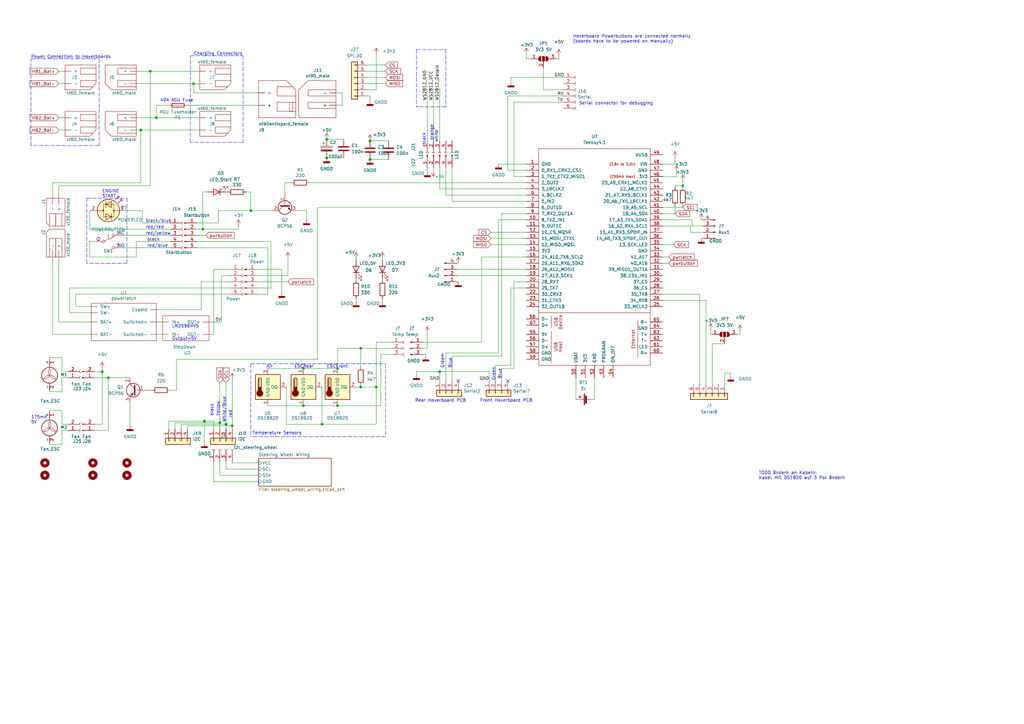
<source format=kicad_sch>
(kicad_sch (version 20211123) (generator eeschema)

  (uuid 00e38d63-5436-49db-81f5-697421f168fc)

  (paper "A3")

  

  (junction (at 57.785 53.34) (diameter 0) (color 0 0 0 0)
    (uuid 051b8cb0-ae77-4e09-98a7-bf2103319e66)
  )
  (junction (at 41.91 152.4) (diameter 0) (color 0 0 0 0)
    (uuid 08d3dd73-6f4c-4fc2-8e37-f281b85fe0d4)
  )
  (junction (at 92.71 173.99) (diameter 0) (color 0 0 0 0)
    (uuid 0b10b5dd-1068-4091-bac0-79652863a01e)
  )
  (junction (at 79.375 34.29) (diameter 0) (color 0 0 0 0)
    (uuid 123968c6-74e7-4754-8c36-08ea08e42555)
  )
  (junction (at 44.45 154.94) (diameter 0) (color 0 0 0 0)
    (uuid 17f40a5c-3441-49ae-8b83-88ce922d0e3d)
  )
  (junction (at 138.43 166.37) (diameter 0) (color 0 0 0 0)
    (uuid 1dcbe33f-cc83-406d-a028-85a460c31bac)
  )
  (junction (at 83.185 93.98) (diameter 0) (color 0 0 0 0)
    (uuid 2235841a-9c52-451a-9616-b84a520feeb5)
  )
  (junction (at 124.46 151.13) (diameter 0) (color 0 0 0 0)
    (uuid 242321c3-d992-4644-83b0-153f6d6ae855)
  )
  (junction (at 154.305 158.75) (diameter 0) (color 0 0 0 0)
    (uuid 30ff234b-df3a-42aa-bb37-f6ff7d49aec5)
  )
  (junction (at 180.34 152.4) (diameter 0) (color 0 0 0 0)
    (uuid 38f3170a-b54c-4011-af49-381b27b9e9bb)
  )
  (junction (at 151.765 57.785) (diameter 0) (color 0 0 0 0)
    (uuid 3a3e70b1-2cc8-4a66-89cd-35460ef8a407)
  )
  (junction (at 280.035 76.2) (diameter 0) (color 0 0 0 0)
    (uuid 40412e4d-fa67-404b-8675-fb145207776f)
  )
  (junction (at 133.985 64.77) (diameter 0) (color 0 0 0 0)
    (uuid 5096b250-cff0-4068-b724-0f0e0414784d)
  )
  (junction (at 147.955 142.875) (diameter 0) (color 0 0 0 0)
    (uuid 51826272-e64e-4c84-9c7b-b0f63fbb4416)
  )
  (junction (at 132.08 173.99) (diameter 0) (color 0 0 0 0)
    (uuid 64b3d048-4b62-4ef4-8a26-25f8e11cab31)
  )
  (junction (at 83.82 172.72) (diameter 0) (color 0 0 0 0)
    (uuid 69403c96-f918-448f-9931-0f743ebdeac3)
  )
  (junction (at 147.955 158.75) (diameter 0) (color 0 0 0 0)
    (uuid 6bbe664c-afc8-4a26-beda-656dd9cea5b8)
  )
  (junction (at 138.43 151.13) (diameter 0) (color 0 0 0 0)
    (uuid 6fb4cb96-e032-467f-b1ab-7c739561664d)
  )
  (junction (at 64.135 48.26) (diameter 0) (color 0 0 0 0)
    (uuid 79451892-db6b-4999-916d-6392174ee493)
  )
  (junction (at 133.985 57.15) (diameter 0) (color 0 0 0 0)
    (uuid 88d9f69e-d0e5-4bba-b2dc-36fd356eba4e)
  )
  (junction (at 102.87 86.36) (diameter 0) (color 0 0 0 0)
    (uuid 8e0c5536-8f0c-41c4-a920-c1fe2d0aeb28)
  )
  (junction (at 151.765 65.405) (diameter 0) (color 0 0 0 0)
    (uuid 9f171a87-ffde-46b1-b9bd-87ba6a6c823d)
  )
  (junction (at 95.25 174.625) (diameter 0) (color 0 0 0 0)
    (uuid ae42da24-02f4-42e7-8f2c-3c1c04118f9b)
  )
  (junction (at 90.17 173.355) (diameter 0) (color 0 0 0 0)
    (uuid e6bbf99a-2bfc-49bf-a0f1-56b03ff0b655)
  )
  (junction (at 124.46 166.37) (diameter 0) (color 0 0 0 0)
    (uuid efd22a7b-d2dc-4142-bf5e-6904cf5b3836)
  )
  (junction (at 61.595 29.21) (diameter 0) (color 0 0 0 0)
    (uuid fad4c712-0a2e-465d-a9f8-83d26bd66e37)
  )

  (no_connect (at 208.28 156.21) (uuid 57276367-9ce4-4738-88d7-6e8cb94c966c))
  (no_connect (at 187.96 156.21) (uuid 72b36951-3ec7-4569-9c88-cf9b4afe1cae))

  (wire (pts (xy 66.675 132.08) (xy 64.135 132.08))
    (stroke (width 0) (type default) (color 0 0 0 0))
    (uuid 009b5465-0a65-4237-93e7-eb65321eeb18)
  )
  (wire (pts (xy 209.55 118.11) (xy 215.9 118.11))
    (stroke (width 0) (type default) (color 0 0 0 0))
    (uuid 012449ca-e035-4431-bba7-b7e11af64b21)
  )
  (wire (pts (xy 57.785 53.34) (xy 57.785 74.93))
    (stroke (width 0) (type default) (color 0 0 0 0))
    (uuid 02538207-54a8-4266-8d51-23871852b2ff)
  )
  (wire (pts (xy 291.465 137.16) (xy 292.1 137.16))
    (stroke (width 0) (type default) (color 0 0 0 0))
    (uuid 0337e135-f3b5-4e41-85e1-fcc7d4d06ef3)
  )
  (wire (pts (xy 151.765 65.405) (xy 159.385 65.405))
    (stroke (width 0) (type default) (color 0 0 0 0))
    (uuid 046aff1b-63dd-4fa2-ad6b-a0c87f57f7dd)
  )
  (wire (pts (xy 140.335 43.18) (xy 137.795 43.18))
    (stroke (width 0) (type default) (color 0 0 0 0))
    (uuid 04cf2f2c-74bf-400d-b4f6-201720df00ed)
  )
  (wire (pts (xy 64.135 43.18) (xy 64.135 48.26))
    (stroke (width 0) (type default) (color 0 0 0 0))
    (uuid 083becc8-e25d-4206-9636-55457650bbe3)
  )
  (polyline (pts (xy 102.87 149.225) (xy 102.87 179.07))
    (stroke (width 0) (type default) (color 0 0 0 0))
    (uuid 09e06fde-36b0-4ab7-b996-d98c02ce3f76)
  )

  (wire (pts (xy 150.495 39.37) (xy 151.765 39.37))
    (stroke (width 0) (type default) (color 0 0 0 0))
    (uuid 09ec5a1f-8168-4109-a329-ef099cef6d16)
  )
  (wire (pts (xy 83.82 172.72) (xy 69.215 172.72))
    (stroke (width 0) (type default) (color 0 0 0 0))
    (uuid 0a177102-b386-476a-bb78-cfa41e5981d4)
  )
  (wire (pts (xy 133.985 64.77) (xy 140.97 64.77))
    (stroke (width 0) (type default) (color 0 0 0 0))
    (uuid 0a265115-6c7a-45ab-97a3-c695e3ee67d2)
  )
  (polyline (pts (xy 12.7 59.69) (xy 12.7 24.13))
    (stroke (width 0) (type default) (color 0 0 0 0))
    (uuid 0b4c0f05-c855-4742-bad2-dbf645d5842b)
  )

  (wire (pts (xy 283.21 95.25) (xy 288.29 95.25))
    (stroke (width 0) (type default) (color 0 0 0 0))
    (uuid 0b51c881-32e2-4df3-924d-4d6102a91729)
  )
  (wire (pts (xy 215.9 24.13) (xy 217.805 24.13))
    (stroke (width 0) (type default) (color 0 0 0 0))
    (uuid 0b759eb5-2b5d-497b-bde5-ba020c43a39d)
  )
  (wire (pts (xy 271.78 67.31) (xy 276.86 67.31))
    (stroke (width 0) (type default) (color 0 0 0 0))
    (uuid 0bf9b321-fb4d-49fd-9592-7ab5a99eb177)
  )
  (wire (pts (xy 90.17 156.845) (xy 90.17 173.355))
    (stroke (width 0) (type default) (color 0 0 0 0))
    (uuid 0cc9bf07-55b9-458f-b8aa-41b2f51fa940)
  )
  (wire (pts (xy 92.71 156.845) (xy 92.71 173.99))
    (stroke (width 0) (type default) (color 0 0 0 0))
    (uuid 0d5b0f48-7e11-42a1-aa49-31f1b69cb91d)
  )
  (wire (pts (xy 150.495 31.75) (xy 158.115 31.75))
    (stroke (width 0) (type default) (color 0 0 0 0))
    (uuid 0e78b584-2869-48ac-b293-95bd208efc94)
  )
  (wire (pts (xy 276.86 76.2) (xy 276.86 76.835))
    (stroke (width 0) (type default) (color 0 0 0 0))
    (uuid 0e95aa78-7bed-4b26-ac12-dbebf9e2b680)
  )
  (wire (pts (xy 31.115 120.65) (xy 31.115 125.73))
    (stroke (width 0) (type default) (color 0 0 0 0))
    (uuid 0f6a1023-ed00-4bd6-afef-ff227538c5e3)
  )
  (wire (pts (xy 177.8 36.195) (xy 177.8 57.785))
    (stroke (width 0) (type default) (color 0 0 0 0))
    (uuid 11274c77-8dea-42af-9338-4bcf2f325c89)
  )
  (wire (pts (xy 82.55 127) (xy 82.55 115.57))
    (stroke (width 0) (type default) (color 0 0 0 0))
    (uuid 1136c54b-6feb-40f7-ae6a-0f9521f82981)
  )
  (wire (pts (xy 37.465 125.73) (xy 31.115 125.73))
    (stroke (width 0) (type default) (color 0 0 0 0))
    (uuid 1199146e-a60b-416a-b503-e77d6d2892f9)
  )
  (wire (pts (xy 21.59 137.16) (xy 21.59 105.41))
    (stroke (width 0) (type default) (color 0 0 0 0))
    (uuid 12a24e86-2c38-4685-bba9-fff8dddb4cb0)
  )
  (wire (pts (xy 26.67 53.34) (xy 24.13 53.34))
    (stroke (width 0) (type default) (color 0 0 0 0))
    (uuid 12c8f4c9-cb79-4390-b96c-a717c693de17)
  )
  (wire (pts (xy 24.13 48.26) (xy 26.67 48.26))
    (stroke (width 0) (type default) (color 0 0 0 0))
    (uuid 12f8e43c-8f83-48d3-a9b5-5f3ebc0b6c43)
  )
  (wire (pts (xy 280.035 74.295) (xy 280.035 76.2))
    (stroke (width 0) (type default) (color 0 0 0 0))
    (uuid 13519fa0-f319-4568-9da1-27e7fc596e16)
  )
  (wire (pts (xy 156.21 145.415) (xy 160.655 145.415))
    (stroke (width 0) (type default) (color 0 0 0 0))
    (uuid 13786dec-2489-4053-b561-88e4a3312eb2)
  )
  (wire (pts (xy 20.32 146.685) (xy 25.4 146.685))
    (stroke (width 0) (type default) (color 0 0 0 0))
    (uuid 1542b558-bfe7-4e44-b051-52e954f089c4)
  )
  (polyline (pts (xy 158.115 179.07) (xy 102.87 179.07))
    (stroke (width 0) (type default) (color 0 0 0 0))
    (uuid 1570d25c-8719-49ce-9fd6-6144a7fe414f)
  )

  (wire (pts (xy 243.84 154.94) (xy 243.84 163.83))
    (stroke (width 0) (type default) (color 0 0 0 0))
    (uuid 171ac760-a511-466f-8910-fb69c68fa937)
  )
  (wire (pts (xy 61.595 29.21) (xy 61.595 76.2))
    (stroke (width 0) (type default) (color 0 0 0 0))
    (uuid 17ed3508-fa2e-4593-a799-bfd39a6cc14d)
  )
  (wire (pts (xy 127 74.93) (xy 215.9 74.93))
    (stroke (width 0) (type default) (color 0 0 0 0))
    (uuid 181e9518-7706-4189-a885-5e6e3aee3bb9)
  )
  (wire (pts (xy 83.185 93.98) (xy 83.185 78.74))
    (stroke (width 0) (type default) (color 0 0 0 0))
    (uuid 1df9a412-b56c-4e84-b38b-6a4bc05a97be)
  )
  (wire (pts (xy 38.735 173.99) (xy 41.91 173.99))
    (stroke (width 0) (type default) (color 0 0 0 0))
    (uuid 1e6a20ef-296c-4f96-9891-ff8455ce839d)
  )
  (wire (pts (xy 25.4 182.245) (xy 20.32 182.245))
    (stroke (width 0) (type default) (color 0 0 0 0))
    (uuid 1f97d1e3-c5f6-4344-9fb6-6c723b7697fa)
  )
  (polyline (pts (xy 52.07 81.28) (xy 52.07 107.95))
    (stroke (width 0) (type default) (color 0 0 0 0))
    (uuid 1fbb0219-551e-409b-a61b-76e8cebdfb9d)
  )

  (wire (pts (xy 154.305 140.335) (xy 154.305 158.75))
    (stroke (width 0) (type default) (color 0 0 0 0))
    (uuid 20c35e19-7499-4a32-968e-c106eec1aefe)
  )
  (wire (pts (xy 69.215 172.72) (xy 69.215 175.895))
    (stroke (width 0) (type default) (color 0 0 0 0))
    (uuid 25531609-ada1-438f-9524-2d6b2aacec2a)
  )
  (wire (pts (xy 20.32 168.275) (xy 25.4 168.275))
    (stroke (width 0) (type default) (color 0 0 0 0))
    (uuid 26301722-d82d-4669-b21f-04874a1fbca3)
  )
  (wire (pts (xy 146.05 106.045) (xy 146.05 106.68))
    (stroke (width 0) (type default) (color 0 0 0 0))
    (uuid 26a5e061-05bb-41a8-bc7a-df1564b11e90)
  )
  (wire (pts (xy 130.175 85.09) (xy 215.9 85.09))
    (stroke (width 0) (type default) (color 0 0 0 0))
    (uuid 2762442d-9432-4074-b79b-8eeab3eaf9a7)
  )
  (polyline (pts (xy 40.64 24.13) (xy 40.64 59.69))
    (stroke (width 0) (type default) (color 0 0 0 0))
    (uuid 282c8e53-3acc-42f0-a92a-6aa976b97a93)
  )

  (wire (pts (xy 137.795 38.1) (xy 140.335 38.1))
    (stroke (width 0) (type default) (color 0 0 0 0))
    (uuid 2878a73c-5447-4cd9-8194-14f52ab9459c)
  )
  (wire (pts (xy 89.535 86.36) (xy 102.87 86.36))
    (stroke (width 0) (type default) (color 0 0 0 0))
    (uuid 28e146f5-f85f-47b5-94b5-a67c33d23635)
  )
  (wire (pts (xy 154.305 36.83) (xy 150.495 36.83))
    (stroke (width 0) (type default) (color 0 0 0 0))
    (uuid 2ba9fb94-a1fa-486c-8933-fbe2803c354e)
  )
  (wire (pts (xy 109.855 166.37) (xy 124.46 166.37))
    (stroke (width 0) (type default) (color 0 0 0 0))
    (uuid 2c0237bf-a60c-4752-b240-a0ed4b05992b)
  )
  (wire (pts (xy 72.39 160.02) (xy 69.85 160.02))
    (stroke (width 0) (type default) (color 0 0 0 0))
    (uuid 2d84a257-2801-4282-83f8-8a08920949d3)
  )
  (wire (pts (xy 87.63 197.485) (xy 106.045 197.485))
    (stroke (width 0) (type default) (color 0 0 0 0))
    (uuid 2dedad72-81da-422a-b7ec-330645064577)
  )
  (wire (pts (xy 160.655 142.875) (xy 147.955 142.875))
    (stroke (width 0) (type default) (color 0 0 0 0))
    (uuid 2f50addc-928c-4435-b241-4bd66bfb0934)
  )
  (wire (pts (xy 55.88 99.06) (xy 55.88 105.41))
    (stroke (width 0) (type default) (color 0 0 0 0))
    (uuid 2fd044b6-377e-455f-89e0-f4f69a117f77)
  )
  (wire (pts (xy 154.305 22.225) (xy 154.305 36.83))
    (stroke (width 0) (type default) (color 0 0 0 0))
    (uuid 3017e6b7-2d49-4427-9dc1-83cc27ee24a4)
  )
  (wire (pts (xy 180.34 152.4) (xy 180.34 156.21))
    (stroke (width 0) (type default) (color 0 0 0 0))
    (uuid 30c33e3e-fb78-498d-bffe-76273d527004)
  )
  (wire (pts (xy 209.55 31.75) (xy 209.55 33.655))
    (stroke (width 0) (type default) (color 0 0 0 0))
    (uuid 322a7fce-26c4-4bb5-ba5a-1688f26585cf)
  )
  (wire (pts (xy 185.42 68.58) (xy 185.42 82.55))
    (stroke (width 0) (type default) (color 0 0 0 0))
    (uuid 32551a79-b842-47a9-8e23-7783a840e131)
  )
  (wire (pts (xy 299.72 154.305) (xy 299.72 153.035))
    (stroke (width 0) (type default) (color 0 0 0 0))
    (uuid 32c7feaa-ff37-42f1-980c-fc6579887918)
  )
  (wire (pts (xy 20.32 168.91) (xy 20.32 168.275))
    (stroke (width 0) (type default) (color 0 0 0 0))
    (uuid 33072d10-86aa-4a72-9898-01c2c9b5842e)
  )
  (wire (pts (xy 154.305 173.99) (xy 154.305 158.75))
    (stroke (width 0) (type default) (color 0 0 0 0))
    (uuid 33aa439f-8f27-4c20-8909-3dc70d367c43)
  )
  (wire (pts (xy 138.43 166.37) (xy 156.21 166.37))
    (stroke (width 0) (type default) (color 0 0 0 0))
    (uuid 33e2f234-7e68-4c90-b3d3-06c043b0935f)
  )
  (wire (pts (xy 27.94 176.53) (xy 25.4 176.53))
    (stroke (width 0) (type default) (color 0 0 0 0))
    (uuid 34e399b2-48be-42f9-842e-e3b66c7c06bb)
  )
  (wire (pts (xy 209.55 149.86) (xy 203.2 149.86))
    (stroke (width 0) (type default) (color 0 0 0 0))
    (uuid 34eb38bf-2fc7-4a28-893e-3d3609a85d23)
  )
  (wire (pts (xy 41.91 151.13) (xy 41.91 152.4))
    (stroke (width 0) (type default) (color 0 0 0 0))
    (uuid 35a7735a-ee25-458f-bb48-cd448dcda5d3)
  )
  (wire (pts (xy 57.785 53.34) (xy 81.915 53.34))
    (stroke (width 0) (type default) (color 0 0 0 0))
    (uuid 35c09d1f-2914-4d1e-a002-df30af772f3b)
  )
  (wire (pts (xy 24.13 76.2) (xy 24.13 81.28))
    (stroke (width 0) (type default) (color 0 0 0 0))
    (uuid 35ef9c4a-35f6-467b-a704-b1d9354880cf)
  )
  (wire (pts (xy 205.74 156.21) (xy 205.74 151.13))
    (stroke (width 0) (type default) (color 0 0 0 0))
    (uuid 36ecbda1-f753-44e8-9b94-b54819f7ef15)
  )
  (polyline (pts (xy 182.88 43.815) (xy 170.815 43.815))
    (stroke (width 0) (type default) (color 0 0 0 0))
    (uuid 374316c4-15a5-4072-bc2a-06291d270741)
  )

  (wire (pts (xy 25.4 154.94) (xy 25.4 160.655))
    (stroke (width 0) (type default) (color 0 0 0 0))
    (uuid 39ae077c-5133-4896-9953-71244e980cb5)
  )
  (wire (pts (xy 160.655 140.335) (xy 154.305 140.335))
    (stroke (width 0) (type default) (color 0 0 0 0))
    (uuid 3aa28a58-d2d7-4f0a-91cb-81d577d309f4)
  )
  (wire (pts (xy 38.735 154.94) (xy 44.45 154.94))
    (stroke (width 0) (type default) (color 0 0 0 0))
    (uuid 3bc3df81-b30e-4a41-a38c-bca401c1fdb4)
  )
  (wire (pts (xy 94.615 120.65) (xy 31.115 120.65))
    (stroke (width 0) (type default) (color 0 0 0 0))
    (uuid 3bdb6e74-df98-4382-9a1e-8b7b42de8b63)
  )
  (wire (pts (xy 24.13 132.08) (xy 37.465 132.08))
    (stroke (width 0) (type default) (color 0 0 0 0))
    (uuid 3e0392c0-affc-4114-9de5-1f1cfe79418a)
  )
  (wire (pts (xy 76.835 43.18) (xy 106.045 43.18))
    (stroke (width 0) (type default) (color 0 0 0 0))
    (uuid 3e3d55c8-e0ea-48fb-8421-a84b7cb7055b)
  )
  (wire (pts (xy 95.25 189.865) (xy 106.045 189.865))
    (stroke (width 0) (type default) (color 0 0 0 0))
    (uuid 3e585ce6-ffe4-401c-995c-ba0fb6462563)
  )
  (wire (pts (xy 87.63 197.485) (xy 87.63 189.23))
    (stroke (width 0) (type default) (color 0 0 0 0))
    (uuid 4063c2e6-8261-47a4-afbb-00437840fe26)
  )
  (wire (pts (xy 292.1 140.97) (xy 297.18 140.97))
    (stroke (width 0) (type default) (color 0 0 0 0))
    (uuid 416b293b-f69f-4a4d-afb2-5ec85e49494d)
  )
  (wire (pts (xy 61.595 29.21) (xy 81.915 29.21))
    (stroke (width 0) (type default) (color 0 0 0 0))
    (uuid 422b10b9-e829-44a2-8808-05edd8cb3050)
  )
  (wire (pts (xy 92.71 173.99) (xy 74.295 173.99))
    (stroke (width 0) (type default) (color 0 0 0 0))
    (uuid 4254ab22-9d9b-4884-a1f8-0bb4242f8894)
  )
  (wire (pts (xy 276.86 67.31) (xy 276.86 64.77))
    (stroke (width 0) (type default) (color 0 0 0 0))
    (uuid 44a31d09-65ce-45e2-98f9-0649161b54b4)
  )
  (wire (pts (xy 180.34 77.47) (xy 215.9 77.47))
    (stroke (width 0) (type default) (color 0 0 0 0))
    (uuid 44dee830-40ed-4a00-8c4e-ba626f32dc1e)
  )
  (wire (pts (xy 283.21 92.71) (xy 283.21 95.25))
    (stroke (width 0) (type default) (color 0 0 0 0))
    (uuid 45905a48-b3b5-47ed-a573-716650e75790)
  )
  (wire (pts (xy 283.845 92.71) (xy 283.845 90.17))
    (stroke (width 0) (type default) (color 0 0 0 0))
    (uuid 45ed6802-3f39-415d-b1e0-8d537e6f3c33)
  )
  (wire (pts (xy 187.96 107.95) (xy 187.325 107.95))
    (stroke (width 0) (type default) (color 0 0 0 0))
    (uuid 469e3ced-fa71-45f7-a6a0-be05c61f7b6e)
  )
  (wire (pts (xy 25.4 168.275) (xy 25.4 173.99))
    (stroke (width 0) (type default) (color 0 0 0 0))
    (uuid 46fa1be4-d517-4eaf-a68b-dce661fc076c)
  )
  (wire (pts (xy 79.375 38.1) (xy 79.375 34.29))
    (stroke (width 0) (type default) (color 0 0 0 0))
    (uuid 475ed8b3-90bf-48cd-bce5-d8f48b689541)
  )
  (wire (pts (xy 156.845 114.3) (xy 156.845 114.935))
    (stroke (width 0) (type default) (color 0 0 0 0))
    (uuid 489dbc75-626f-4f7d-a79e-4718b12503a5)
  )
  (polyline (pts (xy 102.87 149.225) (xy 158.115 149.225))
    (stroke (width 0) (type default) (color 0 0 0 0))
    (uuid 48e63767-c45b-4543-b818-8f00f0600bf9)
  )

  (wire (pts (xy 205.74 146.05) (xy 205.74 87.63))
    (stroke (width 0) (type default) (color 0 0 0 0))
    (uuid 49df14a4-9231-4e0c-8be6-325780f5026d)
  )
  (wire (pts (xy 133.985 57.15) (xy 140.97 57.15))
    (stroke (width 0) (type default) (color 0 0 0 0))
    (uuid 49efe05d-ee93-4a15-b852-734325ebf0af)
  )
  (wire (pts (xy 89.535 91.44) (xy 89.535 86.36))
    (stroke (width 0) (type default) (color 0 0 0 0))
    (uuid 4abd83b2-2075-4fec-a627-5a1558b56d3f)
  )
  (wire (pts (xy 185.42 156.21) (xy 185.42 146.05))
    (stroke (width 0) (type default) (color 0 0 0 0))
    (uuid 4c843bdb-6c9e-40dd-85e2-0567846e18ba)
  )
  (wire (pts (xy 175.26 136.525) (xy 175.26 142.875))
    (stroke (width 0) (type default) (color 0 0 0 0))
    (uuid 4cd66851-08f4-4acb-9fff-9781de2b31d6)
  )
  (wire (pts (xy 138.43 142.875) (xy 138.43 151.13))
    (stroke (width 0) (type default) (color 0 0 0 0))
    (uuid 4f7c7ee0-aecc-4a3e-93eb-625bf8325b8f)
  )
  (wire (pts (xy 83.185 93.98) (xy 97.79 93.98))
    (stroke (width 0) (type default) (color 0 0 0 0))
    (uuid 50208326-4c3d-4fc0-b1bc-7c7f78e47333)
  )
  (wire (pts (xy 90.17 173.355) (xy 90.17 175.895))
    (stroke (width 0) (type default) (color 0 0 0 0))
    (uuid 50511df0-cbe7-4439-9e9c-f26e04b637db)
  )
  (wire (pts (xy 303.53 135.89) (xy 303.53 137.16))
    (stroke (width 0) (type default) (color 0 0 0 0))
    (uuid 51cd4b7a-f1e2-47b7-89da-e68317a010af)
  )
  (wire (pts (xy 271.78 100.33) (xy 276.225 100.33))
    (stroke (width 0) (type default) (color 0 0 0 0))
    (uuid 52703b70-40ed-4524-896c-4f29b49e5f4c)
  )
  (wire (pts (xy 36.83 93.98) (xy 36.83 86.36))
    (stroke (width 0) (type default) (color 0 0 0 0))
    (uuid 53e34696-241f-47e5-a477-f469335c8a61)
  )
  (wire (pts (xy 58.42 91.44) (xy 69.85 91.44))
    (stroke (width 0) (type default) (color 0 0 0 0))
    (uuid 547eeec1-a95c-431b-95a4-2ff936d52170)
  )
  (wire (pts (xy 119.38 74.93) (xy 116.84 74.93))
    (stroke (width 0) (type default) (color 0 0 0 0))
    (uuid 54dfed87-fbe5-47ab-b620-2d6ba5ea0bcb)
  )
  (wire (pts (xy 147.955 142.875) (xy 147.955 150.495))
    (stroke (width 0) (type default) (color 0 0 0 0))
    (uuid 55612800-7186-4844-8635-2f2dadf3eaf1)
  )
  (wire (pts (xy 87.63 172.72) (xy 83.82 172.72))
    (stroke (width 0) (type default) (color 0 0 0 0))
    (uuid 55c7ef39-b251-4a11-94d4-60a109929c6f)
  )
  (wire (pts (xy 271.78 120.65) (xy 287.02 120.65))
    (stroke (width 0) (type default) (color 0 0 0 0))
    (uuid 562f5eba-e575-42fa-917e-5433ec2c0cbc)
  )
  (wire (pts (xy 105.41 118.11) (xy 111.125 118.11))
    (stroke (width 0) (type default) (color 0 0 0 0))
    (uuid 56e486f5-556e-4d8e-a75a-487ed98d2e59)
  )
  (wire (pts (xy 147.955 158.75) (xy 147.955 158.115))
    (stroke (width 0) (type default) (color 0 0 0 0))
    (uuid 58c209f0-2b9e-4f7d-aa27-5cf3bc9ef328)
  )
  (wire (pts (xy 200.66 152.4) (xy 200.66 156.21))
    (stroke (width 0) (type default) (color 0 0 0 0))
    (uuid 58d71c09-ba53-43d7-9fc9-7054806963d2)
  )
  (wire (pts (xy 177.8 68.58) (xy 177.8 69.85))
    (stroke (width 0) (type default) (color 0 0 0 0))
    (uuid 58dfd4b5-1213-4f4d-8f38-79c6f352f825)
  )
  (wire (pts (xy 36.83 99.06) (xy 36.83 105.41))
    (stroke (width 0) (type default) (color 0 0 0 0))
    (uuid 58e8a243-dbf1-46ec-a9ca-62db6c046a4b)
  )
  (polyline (pts (xy 182.88 20.32) (xy 182.88 43.815))
    (stroke (width 0) (type default) (color 0 0 0 0))
    (uuid 59066bb7-c104-449a-a331-bd2de5193eeb)
  )

  (wire (pts (xy 94.615 118.11) (xy 28.575 118.11))
    (stroke (width 0) (type default) (color 0 0 0 0))
    (uuid 5a040418-8644-4cf8-9de0-ba3624649e9e)
  )
  (wire (pts (xy 116.84 74.93) (xy 116.84 78.74))
    (stroke (width 0) (type default) (color 0 0 0 0))
    (uuid 5a1c01fb-cf82-4e17-9a62-00e0a3adba47)
  )
  (wire (pts (xy 182.88 68.58) (xy 182.88 80.01))
    (stroke (width 0) (type default) (color 0 0 0 0))
    (uuid 5ae7ec9d-f872-4d2d-a4c4-ccac7b92dc87)
  )
  (wire (pts (xy 94.615 113.03) (xy 90.805 113.03))
    (stroke (width 0) (type default) (color 0 0 0 0))
    (uuid 5b15d041-2d51-4c90-8164-397806011835)
  )
  (wire (pts (xy 187.96 115.57) (xy 187.325 115.57))
    (stroke (width 0) (type default) (color 0 0 0 0))
    (uuid 5b7729b0-f65f-4a87-acb8-ccc12b4f51f9)
  )
  (wire (pts (xy 95.25 174.625) (xy 95.25 175.895))
    (stroke (width 0) (type default) (color 0 0 0 0))
    (uuid 5c3c20ac-7d6a-4a6a-8d79-b176608d957f)
  )
  (wire (pts (xy 146.05 158.75) (xy 147.955 158.75))
    (stroke (width 0) (type default) (color 0 0 0 0))
    (uuid 5d0d6a13-8484-4646-bacd-2fbc9cb5413d)
  )
  (wire (pts (xy 76.835 175.895) (xy 76.835 174.625))
    (stroke (width 0) (type default) (color 0 0 0 0))
    (uuid 5dba2df1-c0a7-451c-ad63-7260d7b1f5a8)
  )
  (wire (pts (xy 55.88 29.21) (xy 61.595 29.21))
    (stroke (width 0) (type default) (color 0 0 0 0))
    (uuid 5f312b85-6822-40a3-b417-2df49696ca2d)
  )
  (wire (pts (xy 24.13 29.21) (xy 26.67 29.21))
    (stroke (width 0) (type default) (color 0 0 0 0))
    (uuid 5f38bdb2-3657-474e-8e86-d6bb0b298110)
  )
  (wire (pts (xy 117.475 173.99) (xy 132.08 173.99))
    (stroke (width 0) (type default) (color 0 0 0 0))
    (uuid 5fffc123-8d12-4fe8-9d11-1182bb078146)
  )
  (wire (pts (xy 74.295 173.99) (xy 74.295 175.895))
    (stroke (width 0) (type default) (color 0 0 0 0))
    (uuid 6064ea35-013e-4b86-a6c4-39586d23a64c)
  )
  (wire (pts (xy 209.55 31.75) (xy 231.14 31.75))
    (stroke (width 0) (type default) (color 0 0 0 0))
    (uuid 6202b522-e646-49af-83e4-b5d7844d80bd)
  )
  (wire (pts (xy 25.4 146.685) (xy 25.4 152.4))
    (stroke (width 0) (type default) (color 0 0 0 0))
    (uuid 62880b37-7f4d-4027-be35-87ea11b9bfce)
  )
  (wire (pts (xy 115.57 120.015) (xy 115.57 110.49))
    (stroke (width 0) (type default) (color 0 0 0 0))
    (uuid 62a6d334-f451-48c1-bbb3-2e2aacab4352)
  )
  (wire (pts (xy 25.4 173.99) (xy 27.94 173.99))
    (stroke (width 0) (type default) (color 0 0 0 0))
    (uuid 62c26a31-4bf5-4a49-846e-2a9deae7bdd9)
  )
  (wire (pts (xy 208.28 69.85) (xy 208.28 39.37))
    (stroke (width 0) (type default) (color 0 0 0 0))
    (uuid 63884a0c-3153-4b16-b576-b3d0570549ad)
  )
  (wire (pts (xy 130.175 85.09) (xy 130.175 147.32))
    (stroke (width 0) (type default) (color 0 0 0 0))
    (uuid 649506bc-e737-4d40-826c-c9ae6cf7999f)
  )
  (wire (pts (xy 204.47 90.17) (xy 204.47 144.78))
    (stroke (width 0) (type default) (color 0 0 0 0))
    (uuid 64a82c13-23a0-425e-9d2f-c51801b5f76e)
  )
  (wire (pts (xy 37.465 137.16) (xy 21.59 137.16))
    (stroke (width 0) (type default) (color 0 0 0 0))
    (uuid 6513181c-0a6a-4560-9a18-17450c36ae2a)
  )
  (wire (pts (xy 38.735 176.53) (xy 44.45 176.53))
    (stroke (width 0) (type default) (color 0 0 0 0))
    (uuid 655a4dd6-df89-48f2-a803-643990d058bd)
  )
  (wire (pts (xy 208.28 39.37) (xy 231.14 39.37))
    (stroke (width 0) (type default) (color 0 0 0 0))
    (uuid 65b9a046-bb8f-42cd-b846-d3362b0ef51f)
  )
  (wire (pts (xy 83.185 78.74) (xy 85.09 78.74))
    (stroke (width 0) (type default) (color 0 0 0 0))
    (uuid 663cc588-2ea2-4d16-b91f-ff54db2ba726)
  )
  (wire (pts (xy 170.815 152.4) (xy 180.34 152.4))
    (stroke (width 0) (type default) (color 0 0 0 0))
    (uuid 68422ffc-83e4-42e5-b1dc-f3b10be98daf)
  )
  (polyline (pts (xy 170.815 20.32) (xy 182.88 20.32))
    (stroke (width 0) (type default) (color 0 0 0 0))
    (uuid 6994715a-fbff-431c-b736-e87cb0a095c3)
  )

  (wire (pts (xy 187.325 113.03) (xy 215.9 113.03))
    (stroke (width 0) (type default) (color 0 0 0 0))
    (uuid 6ac108b8-87ca-4878-86f3-b3931e823252)
  )
  (wire (pts (xy 151.765 39.37) (xy 151.765 41.275))
    (stroke (width 0) (type default) (color 0 0 0 0))
    (uuid 6bb2c937-e8ff-43d0-9b06-456594eb25e9)
  )
  (wire (pts (xy 36.83 99.06) (xy 39.37 99.06))
    (stroke (width 0) (type default) (color 0 0 0 0))
    (uuid 6bd115d6-07e0-45db-8f2e-3cbb0429104f)
  )
  (wire (pts (xy 125.73 86.36) (xy 125.73 90.17))
    (stroke (width 0) (type default) (color 0 0 0 0))
    (uuid 6cb93665-0bcd-4104-8633-fffd1811eee0)
  )
  (wire (pts (xy 204.47 67.31) (xy 215.9 67.31))
    (stroke (width 0) (type default) (color 0 0 0 0))
    (uuid 6d660d44-2237-493b-a881-7e0ebb385c2c)
  )
  (wire (pts (xy 115.57 110.49) (xy 105.41 110.49))
    (stroke (width 0) (type default) (color 0 0 0 0))
    (uuid 6fb78646-375d-4e04-bdf3-192bdf9fa3e4)
  )
  (wire (pts (xy 182.88 156.21) (xy 182.88 144.78))
    (stroke (width 0) (type default) (color 0 0 0 0))
    (uuid 6ffdf05e-e119-49f9-85e9-13e4901df42a)
  )
  (wire (pts (xy 20.32 160.655) (xy 20.32 160.02))
    (stroke (width 0) (type default) (color 0 0 0 0))
    (uuid 707520b4-cacf-45dc-bb64-b15608f9208f)
  )
  (wire (pts (xy 38.735 152.4) (xy 41.91 152.4))
    (stroke (width 0) (type default) (color 0 0 0 0))
    (uuid 716ce140-e601-44e8-935e-856b42be6077)
  )
  (wire (pts (xy 280.035 76.2) (xy 276.86 76.2))
    (stroke (width 0) (type default) (color 0 0 0 0))
    (uuid 719e9152-e8ec-4038-bff3-e10dc6873da6)
  )
  (wire (pts (xy 69.215 43.18) (xy 64.135 43.18))
    (stroke (width 0) (type default) (color 0 0 0 0))
    (uuid 725cdf26-4b92-46db-bca9-10d930002dda)
  )
  (wire (pts (xy 80.645 101.6) (xy 109.855 101.6))
    (stroke (width 0) (type default) (color 0 0 0 0))
    (uuid 72c5b5dc-7d0c-4e1d-aa45-7f2d6eeb3e27)
  )
  (wire (pts (xy 95.25 189.865) (xy 95.25 189.23))
    (stroke (width 0) (type default) (color 0 0 0 0))
    (uuid 72c703a9-f76e-4ccd-a5d4-19a0d1bf59d1)
  )
  (wire (pts (xy 117.475 158.75) (xy 117.475 173.99))
    (stroke (width 0) (type default) (color 0 0 0 0))
    (uuid 743de486-ba09-4c49-9dff-9a92fef55316)
  )
  (wire (pts (xy 271.78 123.19) (xy 289.56 123.19))
    (stroke (width 0) (type default) (color 0 0 0 0))
    (uuid 7501aef6-0880-4f4f-9852-dee6a9141968)
  )
  (wire (pts (xy 277.495 72.39) (xy 277.495 70.485))
    (stroke (width 0) (type default) (color 0 0 0 0))
    (uuid 76be6751-4c3d-40e9-9d65-cc3fe679deae)
  )
  (wire (pts (xy 132.08 158.75) (xy 132.08 173.99))
    (stroke (width 0) (type default) (color 0 0 0 0))
    (uuid 76dfc600-0790-43a0-9bc4-d0e98f5de9c1)
  )
  (wire (pts (xy 20.32 160.655) (xy 25.4 160.655))
    (stroke (width 0) (type default) (color 0 0 0 0))
    (uuid 782ab777-440f-4045-a4c0-f73ddee70716)
  )
  (wire (pts (xy 118.11 113.03) (xy 105.41 113.03))
    (stroke (width 0) (type default) (color 0 0 0 0))
    (uuid 78fc26a2-c6aa-4020-b71c-d7cbb33d50cf)
  )
  (wire (pts (xy 303.53 137.16) (xy 302.26 137.16))
    (stroke (width 0) (type default) (color 0 0 0 0))
    (uuid 7a7681c1-80a0-4782-a422-ecbc063d0c5c)
  )
  (wire (pts (xy 64.135 48.26) (xy 81.915 48.26))
    (stroke (width 0) (type default) (color 0 0 0 0))
    (uuid 7acd513a-187b-4936-9f93-2e521ce33ad5)
  )
  (polyline (pts (xy 52.07 107.95) (xy 35.56 107.95))
    (stroke (width 0) (type default) (color 0 0 0 0))
    (uuid 7bfba61b-6752-4a45-9ee6-5984dcb15041)
  )

  (wire (pts (xy 299.72 153.035) (xy 297.18 153.035))
    (stroke (width 0) (type default) (color 0 0 0 0))
    (uuid 7c7082a1-77a0-438a-ab59-503be5a4e701)
  )
  (wire (pts (xy 82.55 115.57) (xy 94.615 115.57))
    (stroke (width 0) (type default) (color 0 0 0 0))
    (uuid 7dfa12dd-0cd0-4759-964c-4ba3aef8bb58)
  )
  (wire (pts (xy 175.26 68.58) (xy 175.26 70.485))
    (stroke (width 0) (type default) (color 0 0 0 0))
    (uuid 7f1579b0-7b58-4eea-a427-d38d2582d3aa)
  )
  (wire (pts (xy 60.96 160.02) (xy 62.23 160.02))
    (stroke (width 0) (type default) (color 0 0 0 0))
    (uuid 7f664a3c-9748-45a7-a189-4712ada62fe7)
  )
  (wire (pts (xy 174.625 145.415) (xy 174.625 146.05))
    (stroke (width 0) (type default) (color 0 0 0 0))
    (uuid 805ad2cb-4a29-45da-a322-1f9825134f56)
  )
  (wire (pts (xy 151.765 57.785) (xy 159.385 57.785))
    (stroke (width 0) (type default) (color 0 0 0 0))
    (uuid 80d27706-07bd-45c6-badc-c478b2600e5a)
  )
  (wire (pts (xy 173.355 140.335) (xy 197.485 140.335))
    (stroke (width 0) (type default) (color 0 0 0 0))
    (uuid 822405be-3a6f-4435-9cbf-0c4328ff31ec)
  )
  (wire (pts (xy 90.805 113.03) (xy 90.805 132.08))
    (stroke (width 0) (type default) (color 0 0 0 0))
    (uuid 823c34d4-e27b-470a-9b98-977c836aa764)
  )
  (polyline (pts (xy 40.64 59.69) (xy 12.7 59.69))
    (stroke (width 0) (type default) (color 0 0 0 0))
    (uuid 83c5181e-f5ee-453c-ae5c-d7256ba8837d)
  )

  (wire (pts (xy 215.9 24.13) (xy 215.9 22.225))
    (stroke (width 0) (type default) (color 0 0 0 0))
    (uuid 85397c49-60fc-4fe1-a5a2-91b58f38b021)
  )
  (wire (pts (xy 271.78 107.95) (xy 274.32 107.95))
    (stroke (width 0) (type default) (color 0 0 0 0))
    (uuid 863f53ac-404a-46ef-9a80-899a7163947f)
  )
  (wire (pts (xy 105.41 115.57) (xy 118.11 115.57))
    (stroke (width 0) (type default) (color 0 0 0 0))
    (uuid 876a971d-a619-4c29-9c92-451633658845)
  )
  (wire (pts (xy 53.34 165.1) (xy 53.34 174.625))
    (stroke (width 0) (type default) (color 0 0 0 0))
    (uuid 885d043f-b4c9-4eb2-820d-d417cb4bc866)
  )
  (polyline (pts (xy 78.105 22.86) (xy 99.695 22.86))
    (stroke (width 0) (type default) (color 0 0 0 0))
    (uuid 888fd7cb-2fc6-480c-bcfa-0b71303087d3)
  )

  (wire (pts (xy 71.755 173.355) (xy 90.17 173.355))
    (stroke (width 0) (type default) (color 0 0 0 0))
    (uuid 89607785-50a6-412e-9773-1e085f5b77fa)
  )
  (wire (pts (xy 36.83 93.98) (xy 69.85 93.98))
    (stroke (width 0) (type default) (color 0 0 0 0))
    (uuid 8aeae536-fd36-430e-be47-1a856eced2fc)
  )
  (wire (pts (xy 87.63 110.49) (xy 94.615 110.49))
    (stroke (width 0) (type default) (color 0 0 0 0))
    (uuid 8b61a8d2-0056-4f41-829d-4d87fa944b28)
  )
  (wire (pts (xy 28.575 118.11) (xy 28.575 128.27))
    (stroke (width 0) (type default) (color 0 0 0 0))
    (uuid 8b99dc7a-2e02-445b-a6cf-b55663646f65)
  )
  (wire (pts (xy 20.32 182.245) (xy 20.32 181.61))
    (stroke (width 0) (type default) (color 0 0 0 0))
    (uuid 8ba5a9f6-538a-40bf-9f77-39b12aa2f0db)
  )
  (wire (pts (xy 71.755 175.895) (xy 71.755 173.355))
    (stroke (width 0) (type default) (color 0 0 0 0))
    (uuid 8d023456-8ad9-4f7e-897d-e73ffdb4933e)
  )
  (wire (pts (xy 55.88 48.26) (xy 64.135 48.26))
    (stroke (width 0) (type default) (color 0 0 0 0))
    (uuid 8e295ed4-82cb-4d9f-8888-7ad2dd4d5129)
  )
  (wire (pts (xy 201.295 100.33) (xy 215.9 100.33))
    (stroke (width 0) (type default) (color 0 0 0 0))
    (uuid 8fc70b4f-097d-4e7c-884a-480aee6a97f2)
  )
  (wire (pts (xy 90.17 194.945) (xy 90.17 189.23))
    (stroke (width 0) (type default) (color 0 0 0 0))
    (uuid 9003502a-4f22-4d6b-8dad-6d2841ec098a)
  )
  (wire (pts (xy 222.885 27.94) (xy 222.885 36.83))
    (stroke (width 0) (type default) (color 0 0 0 0))
    (uuid 90e4b67e-0a6e-42bc-93bf-45939b80c9b6)
  )
  (wire (pts (xy 124.46 166.37) (xy 138.43 166.37))
    (stroke (width 0) (type default) (color 0 0 0 0))
    (uuid 934617ba-f1d2-4fc0-b39f-da9adea05461)
  )
  (wire (pts (xy 118.11 106.045) (xy 118.11 113.03))
    (stroke (width 0) (type default) (color 0 0 0 0))
    (uuid 940380cb-8cf9-45b8-b600-7d8ce8a785d6)
  )
  (wire (pts (xy 140.335 38.1) (xy 140.335 43.18))
    (stroke (width 0) (type default) (color 0 0 0 0))
    (uuid 955cc99e-a129-42cf-abc7-aa99813fdb5f)
  )
  (wire (pts (xy 156.845 122.555) (xy 156.845 123.825))
    (stroke (width 0) (type default) (color 0 0 0 0))
    (uuid 957e24b2-957a-4613-8205-73cc52b7059b)
  )
  (wire (pts (xy 229.235 22.86) (xy 229.235 24.13))
    (stroke (width 0) (type default) (color 0 0 0 0))
    (uuid 95e06b65-459a-4ab7-a258-2019fd7c750c)
  )
  (wire (pts (xy 180.34 57.785) (xy 180.34 36.195))
    (stroke (width 0) (type default) (color 0 0 0 0))
    (uuid 962cc689-6c3f-4789-be43-adc84250ba02)
  )
  (wire (pts (xy 55.88 99.06) (xy 69.85 99.06))
    (stroke (width 0) (type default) (color 0 0 0 0))
    (uuid 973c2694-75a7-49b1-b02c-677cd56f102c)
  )
  (wire (pts (xy 21.59 74.93) (xy 57.785 74.93))
    (stroke (width 0) (type default) (color 0 0 0 0))
    (uuid 974c48bf-534e-4335-98e1-b0426c783e99)
  )
  (wire (pts (xy 204.47 90.17) (xy 215.9 90.17))
    (stroke (width 0) (type default) (color 0 0 0 0))
    (uuid 97d4bd7c-6643-4603-b3c2-b1bae286a23d)
  )
  (wire (pts (xy 64.135 127) (xy 82.55 127))
    (stroke (width 0) (type default) (color 0 0 0 0))
    (uuid 98b00c9d-9188-4bce-aa70-92d12dd9cf82)
  )
  (wire (pts (xy 92.71 192.405) (xy 106.045 192.405))
    (stroke (width 0) (type default) (color 0 0 0 0))
    (uuid 98c9f3be-ac61-41f9-8638-0273964c52ba)
  )
  (wire (pts (xy 55.88 53.34) (xy 57.785 53.34))
    (stroke (width 0) (type default) (color 0 0 0 0))
    (uuid 99186658-0361-40ba-ae93-62f23c5622e6)
  )
  (polyline (pts (xy 35.56 81.28) (xy 52.07 81.28))
    (stroke (width 0) (type default) (color 0 0 0 0))
    (uuid 99332785-d9f1-4363-9377-26ddc18e6d2c)
  )

  (wire (pts (xy 204.47 144.78) (xy 182.88 144.78))
    (stroke (width 0) (type default) (color 0 0 0 0))
    (uuid 99837fd0-a0a4-4343-8445-986091adde32)
  )
  (wire (pts (xy 97.79 93.98) (xy 97.79 92.71))
    (stroke (width 0) (type default) (color 0 0 0 0))
    (uuid 9992e006-0501-402a-9275-a5a0d8af71f1)
  )
  (polyline (pts (xy 35.56 107.95) (xy 35.56 81.28))
    (stroke (width 0) (type default) (color 0 0 0 0))
    (uuid 99dfa524-0366-4808-b4e8-328fc38e8656)
  )

  (wire (pts (xy 185.42 146.05) (xy 205.74 146.05))
    (stroke (width 0) (type default) (color 0 0 0 0))
    (uuid 9a970ac1-63cf-40d6-bc9a-be6411b01438)
  )
  (wire (pts (xy 201.295 97.79) (xy 215.9 97.79))
    (stroke (width 0) (type default) (color 0 0 0 0))
    (uuid 9bd0c4e4-40be-4a0c-9264-b93d771e6713)
  )
  (wire (pts (xy 287.655 90.17) (xy 288.29 90.17))
    (stroke (width 0) (type default) (color 0 0 0 0))
    (uuid 9dbe7454-256d-40a9-a303-9e9f6a7b5591)
  )
  (wire (pts (xy 20.32 147.32) (xy 20.32 146.685))
    (stroke (width 0) (type default) (color 0 0 0 0))
    (uuid 9ed2e82a-459f-49e0-a3a3-7e6e749f942c)
  )
  (wire (pts (xy 72.39 147.32) (xy 72.39 160.02))
    (stroke (width 0) (type default) (color 0 0 0 0))
    (uuid a1d929f8-3a0d-4870-a15e-1c1a86c261e8)
  )
  (wire (pts (xy 271.78 87.63) (xy 276.86 87.63))
    (stroke (width 0) (type default) (color 0 0 0 0))
    (uuid a25905ad-1f60-4f19-8afe-c32cc732ab85)
  )
  (wire (pts (xy 291.465 137.16) (xy 291.465 135.255))
    (stroke (width 0) (type default) (color 0 0 0 0))
    (uuid a298c38e-6846-4ae6-86ea-56836208bfc9)
  )
  (polyline (pts (xy 99.695 22.86) (xy 99.695 58.42))
    (stroke (width 0) (type default) (color 0 0 0 0))
    (uuid a92f3b72-ed6d-4d99-9da6-35771bec3c77)
  )

  (wire (pts (xy 76.835 174.625) (xy 95.25 174.625))
    (stroke (width 0) (type default) (color 0 0 0 0))
    (uuid a9ca165e-67b7-4a4f-a54c-ac2675edd3b2)
  )
  (wire (pts (xy 66.675 137.16) (xy 64.135 137.16))
    (stroke (width 0) (type default) (color 0 0 0 0))
    (uuid aa130053-a451-4f12-97f7-3d4d891a5f83)
  )
  (polyline (pts (xy 99.695 58.42) (xy 78.105 58.42))
    (stroke (width 0) (type default) (color 0 0 0 0))
    (uuid aa1c6f47-cbd4-4cbd-8265-e5ac08b7ffc8)
  )

  (wire (pts (xy 150.495 26.67) (xy 158.115 26.67))
    (stroke (width 0) (type default) (color 0 0 0 0))
    (uuid ab0f8664-d5a3-4b53-8cc3-378b631c9ad2)
  )
  (wire (pts (xy 205.74 151.13) (xy 210.82 151.13))
    (stroke (width 0) (type default) (color 0 0 0 0))
    (uuid ab3e774c-f756-4eab-91e4-0fb38bf6548e)
  )
  (wire (pts (xy 44.45 176.53) (xy 44.45 154.94))
    (stroke (width 0) (type default) (color 0 0 0 0))
    (uuid ab9204f6-3305-4fe4-b4ac-f575a6713586)
  )
  (wire (pts (xy 92.71 189.23) (xy 92.71 192.405))
    (stroke (width 0) (type default) (color 0 0 0 0))
    (uuid ad02ce9d-52f6-4a93-a2ca-26261822f8a6)
  )
  (wire (pts (xy 28.575 128.27) (xy 37.465 128.27))
    (stroke (width 0) (type default) (color 0 0 0 0))
    (uuid adefd5fd-1346-4fc3-a57d-6354539839d7)
  )
  (wire (pts (xy 271.78 72.39) (xy 277.495 72.39))
    (stroke (width 0) (type default) (color 0 0 0 0))
    (uuid ae5d5523-805c-48bb-b5ad-4ef1f6c5b85b)
  )
  (wire (pts (xy 209.55 118.11) (xy 209.55 149.86))
    (stroke (width 0) (type default) (color 0 0 0 0))
    (uuid aef26e6f-af89-4921-94c7-a47b7e960999)
  )
  (wire (pts (xy 197.485 105.41) (xy 215.9 105.41))
    (stroke (width 0) (type default) (color 0 0 0 0))
    (uuid af9d3720-548f-491f-8cbb-28198edb8e84)
  )
  (wire (pts (xy 41.91 152.4) (xy 41.91 173.99))
    (stroke (width 0) (type default) (color 0 0 0 0))
    (uuid b0660e11-ddb6-4a62-be7e-ad208b979ad4)
  )
  (wire (pts (xy 170.815 152.4) (xy 170.815 153.67))
    (stroke (width 0) (type default) (color 0 0 0 0))
    (uuid b0662d8d-790a-4837-b04c-d8dff48e41b3)
  )
  (wire (pts (xy 150.495 29.21) (xy 158.115 29.21))
    (stroke (width 0) (type default) (color 0 0 0 0))
    (uuid b16abbd0-e4cb-40d4-98e5-66d17adc4be4)
  )
  (wire (pts (xy 80.645 91.44) (xy 89.535 91.44))
    (stroke (width 0) (type default) (color 0 0 0 0))
    (uuid b1eb6044-90f9-45c4-bcd7-fc6d92ca931d)
  )
  (wire (pts (xy 205.74 87.63) (xy 215.9 87.63))
    (stroke (width 0) (type default) (color 0 0 0 0))
    (uuid b23a90d7-0eef-4634-bff4-9b03893fd177)
  )
  (wire (pts (xy 210.82 41.91) (xy 210.82 72.39))
    (stroke (width 0) (type default) (color 0 0 0 0))
    (uuid b2c14d5a-b0fd-41f3-b660-f8ce92051c01)
  )
  (wire (pts (xy 146.05 122.555) (xy 146.05 123.825))
    (stroke (width 0) (type default) (color 0 0 0 0))
    (uuid b3498b90-19d1-4b63-8749-26e7bf0b1250)
  )
  (wire (pts (xy 90.17 194.945) (xy 106.045 194.945))
    (stroke (width 0) (type default) (color 0 0 0 0))
    (uuid b53b4613-8da0-4af1-8943-71affd67a801)
  )
  (wire (pts (xy 27.94 154.94) (xy 25.4 154.94))
    (stroke (width 0) (type default) (color 0 0 0 0))
    (uuid b571e1d8-c5c1-48ac-a7e3-34664a01c974)
  )
  (wire (pts (xy 25.4 176.53) (xy 25.4 182.245))
    (stroke (width 0) (type default) (color 0 0 0 0))
    (uuid b5832e4b-a173-48c4-82da-e9ad0e071629)
  )
  (wire (pts (xy 280.035 76.2) (xy 280.035 76.835))
    (stroke (width 0) (type default) (color 0 0 0 0))
    (uuid b67e1b48-8c27-4c21-990d-f9ebbc1e0597)
  )
  (wire (pts (xy 80.645 93.98) (xy 83.185 93.98))
    (stroke (width 0) (type default) (color 0 0 0 0))
    (uuid b7e38b71-6d85-4ad8-86ce-f4ab1ba6f773)
  )
  (wire (pts (xy 210.82 115.57) (xy 210.82 151.13))
    (stroke (width 0) (type default) (color 0 0 0 0))
    (uuid b8050320-f0d7-403a-a922-edd34977ea78)
  )
  (wire (pts (xy 271.78 92.71) (xy 283.21 92.71))
    (stroke (width 0) (type default) (color 0 0 0 0))
    (uuid b917b0c8-3823-48b8-98b8-1c837612a10b)
  )
  (wire (pts (xy 156.21 166.37) (xy 156.21 145.415))
    (stroke (width 0) (type default) (color 0 0 0 0))
    (uuid b928e2b5-5098-438e-85fc-c41bb04cf4c8)
  )
  (wire (pts (xy 130.175 147.32) (xy 72.39 147.32))
    (stroke (width 0) (type default) (color 0 0 0 0))
    (uuid b9a83e65-82a0-4c2a-b56b-bce5009d20f7)
  )
  (wire (pts (xy 95.25 155.575) (xy 95.25 174.625))
    (stroke (width 0) (type default) (color 0 0 0 0))
    (uuid ba24d722-243f-45ee-b521-7865e70d35e3)
  )
  (wire (pts (xy 201.295 95.25) (xy 215.9 95.25))
    (stroke (width 0) (type default) (color 0 0 0 0))
    (uuid bbfd732f-7071-4bcf-87a5-f193ea8a88f7)
  )
  (wire (pts (xy 147.955 142.875) (xy 138.43 142.875))
    (stroke (width 0) (type default) (color 0 0 0 0))
    (uuid bcfd5886-f378-4947-9815-f92d60528bcf)
  )
  (wire (pts (xy 288.29 92.71) (xy 283.845 92.71))
    (stroke (width 0) (type default) (color 0 0 0 0))
    (uuid be8ee0fa-f23b-4554-bdc6-6e0c4a1f93f7)
  )
  (wire (pts (xy 297.18 153.035) (xy 297.18 157.48))
    (stroke (width 0) (type default) (color 0 0 0 0))
    (uuid bee8242f-05a4-4e1d-ae07-dbf23a680fd8)
  )
  (wire (pts (xy 49.53 96.52) (xy 69.85 96.52))
    (stroke (width 0) (type default) (color 0 0 0 0))
    (uuid c05406da-4334-464f-bb93-fbd722076165)
  )
  (wire (pts (xy 180.34 152.4) (xy 200.66 152.4))
    (stroke (width 0) (type default) (color 0 0 0 0))
    (uuid c3df6ceb-e872-4ab1-aee6-ba2bcf639497)
  )
  (wire (pts (xy 283.845 90.17) (xy 271.78 90.17))
    (stroke (width 0) (type default) (color 0 0 0 0))
    (uuid c415005a-3d97-4456-9557-ad2f4e18e0c9)
  )
  (wire (pts (xy 49.53 101.6) (xy 69.85 101.6))
    (stroke (width 0) (type default) (color 0 0 0 0))
    (uuid c9f71875-1856-43c2-b1fb-5a3dbed48c46)
  )
  (wire (pts (xy 208.28 69.85) (xy 215.9 69.85))
    (stroke (width 0) (type default) (color 0 0 0 0))
    (uuid ca4978dc-e8c9-435b-870d-c73495b4384d)
  )
  (wire (pts (xy 187.325 110.49) (xy 215.9 110.49))
    (stroke (width 0) (type default) (color 0 0 0 0))
    (uuid cad0dd4a-0dc7-42f2-8de6-3cea939b25a1)
  )
  (wire (pts (xy 92.71 78.74) (xy 93.345 78.74))
    (stroke (width 0) (type default) (color 0 0 0 0))
    (uuid cb534741-b5a7-4e5d-b147-946f19749090)
  )
  (wire (pts (xy 203.2 149.86) (xy 203.2 156.21))
    (stroke (width 0) (type default) (color 0 0 0 0))
    (uuid cb9cdea3-d2ff-4b19-845c-07985c9f22e6)
  )
  (wire (pts (xy 180.34 68.58) (xy 180.34 77.47))
    (stroke (width 0) (type default) (color 0 0 0 0))
    (uuid ce10504d-a63c-4d11-a970-6128f7507135)
  )
  (wire (pts (xy 24.13 105.41) (xy 24.13 132.08))
    (stroke (width 0) (type default) (color 0 0 0 0))
    (uuid cf815d51-c956-4c5a-adde-c373cb025b07)
  )
  (wire (pts (xy 44.45 154.94) (xy 53.34 154.94))
    (stroke (width 0) (type default) (color 0 0 0 0))
    (uuid cf8ce376-1dc2-4e5b-8ab1-3a02234fb178)
  )
  (wire (pts (xy 287.655 97.79) (xy 288.29 97.79))
    (stroke (width 0) (type default) (color 0 0 0 0))
    (uuid cff4db2c-4040-4c9f-a489-ea6c4c970673)
  )
  (wire (pts (xy 58.42 86.36) (xy 58.42 91.44))
    (stroke (width 0) (type default) (color 0 0 0 0))
    (uuid cfff0e3d-b702-4b96-b9ca-ab50c04387cd)
  )
  (wire (pts (xy 146.05 114.3) (xy 146.05 114.935))
    (stroke (width 0) (type default) (color 0 0 0 0))
    (uuid d0cc5ba5-72ed-4220-a578-21cc622b4b5f)
  )
  (wire (pts (xy 36.83 105.41) (xy 55.88 105.41))
    (stroke (width 0) (type default) (color 0 0 0 0))
    (uuid d2426135-d731-4d3b-8194-196fcabad088)
  )
  (wire (pts (xy 80.645 96.52) (xy 84.455 96.52))
    (stroke (width 0) (type default) (color 0 0 0 0))
    (uuid d2953b3e-36ea-4951-a862-6befd935d6b3)
  )
  (wire (pts (xy 109.855 101.6) (xy 109.855 120.65))
    (stroke (width 0) (type default) (color 0 0 0 0))
    (uuid d4bbff3a-357e-4a77-abb3-d366211a39d5)
  )
  (wire (pts (xy 222.885 36.83) (xy 231.14 36.83))
    (stroke (width 0) (type default) (color 0 0 0 0))
    (uuid d4c4a6d4-312a-473f-9ac0-cd0cc0d61156)
  )
  (polyline (pts (xy 12.7 24.13) (xy 40.64 24.13))
    (stroke (width 0) (type default) (color 0 0 0 0))
    (uuid d72c89a6-7578-4468-964e-2a845431195f)
  )

  (wire (pts (xy 80.645 99.06) (xy 111.125 99.06))
    (stroke (width 0) (type default) (color 0 0 0 0))
    (uuid d838c7a0-f2b2-4541-972c-3faf8f6be30d)
  )
  (wire (pts (xy 102.87 78.74) (xy 102.87 86.36))
    (stroke (width 0) (type default) (color 0 0 0 0))
    (uuid d8bdf508-15d3-4f90-8178-10bcfb73bdb9)
  )
  (wire (pts (xy 197.485 140.335) (xy 197.485 105.41))
    (stroke (width 0) (type default) (color 0 0 0 0))
    (uuid d9f6e029-358b-437b-bf98-33701ac627d3)
  )
  (wire (pts (xy 292.1 157.48) (xy 292.1 140.97))
    (stroke (width 0) (type default) (color 0 0 0 0))
    (uuid d9f88dc8-9319-4e2b-8163-b185388e436b)
  )
  (wire (pts (xy 271.78 85.09) (xy 280.035 85.09))
    (stroke (width 0) (type default) (color 0 0 0 0))
    (uuid db11c1b5-ee21-41b5-ac96-61ca1b999ee4)
  )
  (wire (pts (xy 215.9 115.57) (xy 210.82 115.57))
    (stroke (width 0) (type default) (color 0 0 0 0))
    (uuid db456b27-ccf1-459c-988c-8be0b3c44a51)
  )
  (polyline (pts (xy 170.815 20.32) (xy 170.815 43.815))
    (stroke (width 0) (type default) (color 0 0 0 0))
    (uuid dd6c67ea-60fc-4139-bdbb-6af245b71587)
  )

  (wire (pts (xy 121.92 86.36) (xy 125.73 86.36))
    (stroke (width 0) (type default) (color 0 0 0 0))
    (uuid dde8619c-5a8c-40eb-9845-65e6a654222d)
  )
  (wire (pts (xy 85.725 137.16) (xy 87.63 137.16))
    (stroke (width 0) (type default) (color 0 0 0 0))
    (uuid de370984-7922-4327-a0ba-7cd613995df4)
  )
  (wire (pts (xy 271.78 105.41) (xy 274.32 105.41))
    (stroke (width 0) (type default) (color 0 0 0 0))
    (uuid df0b091e-5aaa-43aa-b865-3306fd299422)
  )
  (wire (pts (xy 106.045 38.1) (xy 79.375 38.1))
    (stroke (width 0) (type default) (color 0 0 0 0))
    (uuid df2a6036-7274-4398-9365-148b6ddab90d)
  )
  (wire (pts (xy 210.82 41.91) (xy 231.14 41.91))
    (stroke (width 0) (type default) (color 0 0 0 0))
    (uuid df908da8-20d2-48c3-bc1c-93ded013675d)
  )
  (wire (pts (xy 100.965 78.74) (xy 102.87 78.74))
    (stroke (width 0) (type default) (color 0 0 0 0))
    (uuid dfa5b2cf-95d9-43b3-80e9-7419741ef2f3)
  )
  (wire (pts (xy 83.82 172.72) (xy 83.82 181.61))
    (stroke (width 0) (type default) (color 0 0 0 0))
    (uuid e01c24b8-478f-434e-9bc7-8d440d86b2d1)
  )
  (wire (pts (xy 280.035 84.455) (xy 280.035 85.09))
    (stroke (width 0) (type default) (color 0 0 0 0))
    (uuid e027b8cc-c567-4f76-8e22-bec7fef7c720)
  )
  (wire (pts (xy 173.355 145.415) (xy 174.625 145.415))
    (stroke (width 0) (type default) (color 0 0 0 0))
    (uuid e08882dc-2cd1-4cfc-b054-064bfc2c618a)
  )
  (wire (pts (xy 25.4 152.4) (xy 27.94 152.4))
    (stroke (width 0) (type default) (color 0 0 0 0))
    (uuid e0f7c076-422a-4954-b454-ebadc432b264)
  )
  (wire (pts (xy 156.845 106.045) (xy 156.845 106.68))
    (stroke (width 0) (type default) (color 0 0 0 0))
    (uuid e0fdc9e3-6cb5-437a-9c64-19897a32764c)
  )
  (wire (pts (xy 173.355 142.875) (xy 175.26 142.875))
    (stroke (width 0) (type default) (color 0 0 0 0))
    (uuid e1afae85-306e-42bd-85a3-7a49d4649e8e)
  )
  (wire (pts (xy 24.13 76.2) (xy 61.595 76.2))
    (stroke (width 0) (type default) (color 0 0 0 0))
    (uuid e2b24e25-1a0d-434a-876b-c595b47d80d2)
  )
  (wire (pts (xy 236.22 154.94) (xy 236.22 163.83))
    (stroke (width 0) (type default) (color 0 0 0 0))
    (uuid e2b587b6-4952-4e6d-9c5e-58ad5973006d)
  )
  (wire (pts (xy 90.805 132.08) (xy 85.725 132.08))
    (stroke (width 0) (type default) (color 0 0 0 0))
    (uuid e30feb4a-fbf6-4daf-98b5-732517c38662)
  )
  (wire (pts (xy 185.42 82.55) (xy 215.9 82.55))
    (stroke (width 0) (type default) (color 0 0 0 0))
    (uuid e35c1c41-213f-461a-8eff-66b6400073a4)
  )
  (wire (pts (xy 102.87 86.36) (xy 111.76 86.36))
    (stroke (width 0) (type default) (color 0 0 0 0))
    (uuid e3c6fee2-2f3b-4d3b-a99d-87431781a1a5)
  )
  (wire (pts (xy 58.42 86.36) (xy 52.07 86.36))
    (stroke (width 0) (type default) (color 0 0 0 0))
    (uuid e5acb760-6425-450e-a53e-296f9e64c524)
  )
  (wire (pts (xy 229.235 24.13) (xy 227.965 24.13))
    (stroke (width 0) (type default) (color 0 0 0 0))
    (uuid e7ca093d-becf-48be-bcb1-fbd2cb0cb4d1)
  )
  (polyline (pts (xy 158.115 149.225) (xy 158.115 179.07))
    (stroke (width 0) (type default) (color 0 0 0 0))
    (uuid e848cb4e-e9be-4642-b62e-cfdc7033410f)
  )

  (wire (pts (xy 26.67 34.29) (xy 24.13 34.29))
    (stroke (width 0) (type default) (color 0 0 0 0))
    (uuid eaa0d51a-ee4e-4d3a-a801-bddb7027e94c)
  )
  (wire (pts (xy 109.855 120.65) (xy 105.41 120.65))
    (stroke (width 0) (type default) (color 0 0 0 0))
    (uuid eafceaa3-db6a-4bec-8bfa-66cc46e34681)
  )
  (wire (pts (xy 92.71 173.99) (xy 92.71 175.895))
    (stroke (width 0) (type default) (color 0 0 0 0))
    (uuid ec345777-3fcb-485c-9c66-7db8bc2ec160)
  )
  (wire (pts (xy 124.46 151.13) (xy 138.43 151.13))
    (stroke (width 0) (type default) (color 0 0 0 0))
    (uuid ecc085bf-cf88-402a-86fd-421cc6711a7f)
  )
  (wire (pts (xy 55.88 34.29) (xy 79.375 34.29))
    (stroke (width 0) (type default) (color 0 0 0 0))
    (uuid ee29d712-3378-4507-a00b-003526b29bb1)
  )
  (wire (pts (xy 210.82 72.39) (xy 215.9 72.39))
    (stroke (width 0) (type default) (color 0 0 0 0))
    (uuid eee5302c-d118-4535-b901-4b0c64ec0372)
  )
  (wire (pts (xy 111.125 118.11) (xy 111.125 99.06))
    (stroke (width 0) (type default) (color 0 0 0 0))
    (uuid efa033c8-0037-46c6-b058-417f8bde22c5)
  )
  (wire (pts (xy 289.56 123.19) (xy 289.56 157.48))
    (stroke (width 0) (type default) (color 0 0 0 0))
    (uuid f21c3cf9-b04d-4e01-b852-f21bd8a54148)
  )
  (wire (pts (xy 150.495 34.29) (xy 158.115 34.29))
    (stroke (width 0) (type default) (color 0 0 0 0))
    (uuid f2666a09-71bc-41f7-8113-e71fd587d788)
  )
  (polyline (pts (xy 78.105 58.42) (xy 78.105 22.86))
    (stroke (width 0) (type default) (color 0 0 0 0))
    (uuid f28e56e7-283b-4b9a-ae27-95e89770fbf8)
  )

  (wire (pts (xy 21.59 81.28) (xy 21.59 74.93))
    (stroke (width 0) (type default) (color 0 0 0 0))
    (uuid f357ddb5-3f44-43b0-b00d-d64f5c62ba4a)
  )
  (wire (pts (xy 276.86 84.455) (xy 276.86 87.63))
    (stroke (width 0) (type default) (color 0 0 0 0))
    (uuid f496a215-b81d-45e3-9134-ba08e2d5c22f)
  )
  (wire (pts (xy 175.26 36.195) (xy 175.26 57.785))
    (stroke (width 0) (type default) (color 0 0 0 0))
    (uuid f4bcada2-de59-4b6a-9c25-98af2d8af36a)
  )
  (wire (pts (xy 132.08 173.99) (xy 154.305 173.99))
    (stroke (width 0) (type default) (color 0 0 0 0))
    (uuid f84d027b-e408-49b5-88a7-0c14d643aaf3)
  )
  (wire (pts (xy 87.63 137.16) (xy 87.63 110.49))
    (stroke (width 0) (type default) (color 0 0 0 0))
    (uuid faae2960-92c8-4c3d-beae-989872686eda)
  )
  (wire (pts (xy 109.855 151.13) (xy 124.46 151.13))
    (stroke (width 0) (type default) (color 0 0 0 0))
    (uuid fb6cb771-0d4c-4dd8-8cdc-b3014e3b2816)
  )
  (wire (pts (xy 79.375 34.29) (xy 81.915 34.29))
    (stroke (width 0) (type default) (color 0 0 0 0))
    (uuid fc83cd71-1198-4019-87a1-dc154bceead3)
  )
  (wire (pts (xy 154.305 158.75) (xy 147.955 158.75))
    (stroke (width 0) (type default) (color 0 0 0 0))
    (uuid fd98f339-fe73-46ac-8819-106fae4c243a)
  )
  (wire (pts (xy 87.63 172.72) (xy 87.63 175.895))
    (stroke (width 0) (type default) (color 0 0 0 0))
    (uuid fed2a409-8761-4666-ae08-0f96d360042d)
  )
  (wire (pts (xy 287.02 157.48) (xy 287.02 120.65))
    (stroke (width 0) (type default) (color 0 0 0 0))
    (uuid fef0d373-95f7-4933-b208-332f2be98120)
  )
  (wire (pts (xy 182.88 80.01) (xy 215.9 80.01))
    (stroke (width 0) (type default) (color 0 0 0 0))
    (uuid ffd247f5-5f20-465f-8dc6-c034df16c203)
  )

  (text "40A AGU Fuse" (at 79.375 41.91 180)
    (effects (font (size 1.27 1.27)) (justify right bottom))
    (uuid 011ee658-718d-416a-85fd-961729cd1ee5)
  )
  (text "black" (at 174.625 59.69 90)
    (effects (font (size 1.27 1.27)) (justify left bottom))
    (uuid 0a1a1b30-d40b-441d-b771-4805938c9a2e)
  )
  (text "Front Hoverboard PCB" (at 196.85 165.1 0)
    (effects (font (size 1.27 1.27)) (justify left bottom))
    (uuid 10d8ad0e-6a08-4053-92aa-23a15910fd21)
  )
  (text "white" (at 179.705 58.42 90)
    (effects (font (size 1.27 1.27)) (justify left bottom))
    (uuid 159a8128-3914-4e76-bfdf-3b05561ebc34)
  )
  (text "Hoverboard Powerbuttons are connected normally\n(boards have to be powered on manually)"
    (at 234.95 17.78 0)
    (effects (font (size 1.27 1.27)) (justify left bottom))
    (uuid 1c3169e1-78dc-4f3a-b1a2-bf02578265f6)
  )
  (text "ESCRear" (at 120.65 151.13 0)
    (effects (font (size 1.27 1.27)) (justify left bottom))
    (uuid 220d5d35-346f-41be-b288-da39d00eee33)
  )
  (text "red/blue" (at 60.325 101.6 0)
    (effects (font (size 1.27 1.27)) (justify left bottom))
    (uuid 26c57574-e303-4cc8-896b-e7ea7adae64d)
  )
  (text "red/yellow" (at 59.69 96.52 0)
    (effects (font (size 1.27 1.27)) (justify left bottom))
    (uuid 2819c1c9-34b5-4b2f-b35c-51ec20ecfa7c)
  )
  (text "Rear Hoverboard PCB" (at 170.18 165.1 0)
    (effects (font (size 1.27 1.27)) (justify left bottom))
    (uuid 2b64d2cb-d62a-4762-97ea-f1b0d4293c4f)
  )
  (text "Blue" (at 205.74 155.575 90)
    (effects (font (size 1.27 1.27)) (justify left bottom))
    (uuid 2db910a0-b943-40b4-b81f-068ba5265f56)
  )
  (text "red" (at 95.25 171.45 90)
    (effects (font (size 1.27 1.27)) (justify left bottom))
    (uuid 358757e3-e4fa-4400-84f1-d961c8f598ae)
  )
  (text "Serial connector for debugging" (at 237.49 43.18 0)
    (effects (font (size 1.27 1.27)) (justify left bottom))
    (uuid 3cc43de6-1ec2-4ee2-8051-fd4513087883)
  )
  (text "Green" (at 203.2 156.21 90)
    (effects (font (size 1.27 1.27)) (justify left bottom))
    (uuid 3f8a5430-68a9-4732-9b89-4e00dd8ae219)
  )
  (text "Greem" (at 182.245 151.13 90)
    (effects (font (size 1.27 1.27)) (justify left bottom))
    (uuid 42ff012d-5eb7-42b9-bb45-415cf26799c6)
  )
  (text "Yellow" (at 90.17 170.815 90)
    (effects (font (size 1.27 1.27)) (justify left bottom))
    (uuid 44035e53-ff94-45ad-801f-55a1ce042a0d)
  )
  (text "Charging Connectors" (at 79.375 22.86 0)
    (effects (font (size 1.27 1.27)) (justify left bottom))
    (uuid 4a7e3849-3bc9-4bb3-b16a-fab2f5cee0e5)
  )
  (text "Output=5V" (at 70.485 139.7 0)
    (effects (font (size 1.27 1.27)) (justify left bottom))
    (uuid 4db55cb8-197b-4402-871f-ce582b65664b)
  )
  (text "orange" (at 177.8 57.785 90)
    (effects (font (size 1.27 1.27)) (justify left bottom))
    (uuid 552aa453-5cf8-4fda-9a74-7b6ed84d3d66)
  )
  (text "TODO ändern an Kabeln:\nKabel mit DS1820 auf 3 Pol ändern"
    (at 311.15 196.85 0)
    (effects (font (size 1.27 1.27)) (justify left bottom))
    (uuid 770001ce-2668-45ed-8ecf-aae6722df9cf)
  )
  (text "C" (at 39.37 99.06 0)
    (effects (font (size 1.27 1.27)) (justify left bottom))
    (uuid 79770cd5-32d7-429a-8248-0d9e6212231a)
  )
  (text "Temperature Sensors" (at 103.505 178.435 0)
    (effects (font (size 1.27 1.27)) (justify left bottom))
    (uuid 7d7825fe-3575-4880-8895-50cba24aefca)
  )
  (text "ENGINE\nSTART" (at 41.91 81.28 0)
    (effects (font (size 1.27 1.27)) (justify left bottom))
    (uuid 88cb65f4-7e9e-44eb-8692-3b6e2e788a94)
  )
  (text "Blue" (at 185.42 151.13 90)
    (effects (font (size 1.27 1.27)) (justify left bottom))
    (uuid 96de0051-7945-413a-9219-1ab367546962)
  )
  (text "black/blue" (at 59.69 91.44 0)
    (effects (font (size 1.27 1.27)) (justify left bottom))
    (uuid a117b197-5c7e-41c8-8217-8c95a87f5a78)
  )
  (text "Air" (at 109.22 151.13 0)
    (effects (font (size 1.27 1.27)) (justify left bottom))
    (uuid aedc8460-3540-47e7-9836-ac56bfaab205)
  )
  (text "175mA\n5V" (at 12.7 173.99 0)
    (effects (font (size 1.27 1.27)) (justify left bottom))
    (uuid bc91a8a4-732a-4c96-8534-67afbc0f2670)
  )
  (text "red/red" (at 59.69 93.98 0)
    (effects (font (size 1.27 1.27)) (justify left bottom))
    (uuid c06122cb-56aa-47a8-b046-d9da1ae267b2)
  )
  (text "Power Connection to Hoverboards" (at 12.7 24.13 0)
    (effects (font (size 1.27 1.27)) (justify left bottom))
    (uuid ca5b6af8-ca05-4338-b852-b51f2b49b1db)
  )
  (text "White/Blue" (at 92.71 173.355 90)
    (effects (font (size 1.27 1.27)) (justify left bottom))
    (uuid cee2f43a-7d22-4585-a857-73949bd17a9d)
  )
  (text "black" (at 60.325 99.06 0)
    (effects (font (size 1.27 1.27)) (justify left bottom))
    (uuid dccc4ac5-8f16-4274-951b-cfdb225a3d97)
  )
  (text "ESCFront" (at 133.985 151.13 0)
    (effects (font (size 1.27 1.27)) (justify left bottom))
    (uuid ddb3028d-6be5-4fc0-9fb3-649767d9c798)
  )
  (text "NC" (at 48.26 96.52 0)
    (effects (font (size 1.27 1.27)) (justify left bottom))
    (uuid e17e6c0e-7e5b-43f0-ad48-0a2760b45b04)
  )
  (text "NO" (at 48.26 101.6 0)
    (effects (font (size 1.27 1.27)) (justify left bottom))
    (uuid e4e20505-1208-4100-a4aa-676f50844c06)
  )
  (text "LM2596HVS" (at 70.485 134.62 0)
    (effects (font (size 1.27 1.27)) (justify left bottom))
    (uuid e97b5984-9f0f-43a4-9b8a-838eef4cceb2)
  )
  (text "black" (at 87.63 170.815 90)
    (effects (font (size 1.27 1.27)) (justify left bottom))
    (uuid fc03b48b-b580-43df-a800-152783c84131)
  )

  (label "5V" (at 88.265 132.08 0)
    (effects (font (size 1.27 1.27)) (justify left bottom))
    (uuid 45c0d5de-0c38-4b34-9f0c-f09c6304feba)
  )
  (label "WS2812_VCC" (at 177.8 41.275 90)
    (effects (font (size 1.27 1.27)) (justify left bottom))
    (uuid 55163b3e-65d4-4228-9531-72854e94d29d)
  )
  (label "RX" (at 228.6 39.37 0)
    (effects (font (size 1.27 1.27)) (justify left bottom))
    (uuid 71c6e723-673c-45a9-a0e4-9742220c52a3)
  )
  (label "WS2812_GND" (at 175.26 41.275 90)
    (effects (font (size 1.27 1.27)) (justify left bottom))
    (uuid 7d39d336-0246-4c5d-bf4c-8e789280199d)
  )
  (label "GND" (at 227.33 31.75 0)
    (effects (font (size 1.27 1.27)) (justify left bottom))
    (uuid 935057d5-6882-4c15-9a35-54677912ba12)
  )
  (label "WS2812_DataIn" (at 180.34 41.275 90)
    (effects (font (size 1.27 1.27)) (justify left bottom))
    (uuid 992f95a4-a9cd-4c20-af2a-77abc7bc8964)
  )
  (label "TX" (at 228.6 41.91 0)
    (effects (font (size 1.27 1.27)) (justify left bottom))
    (uuid b4833916-7a3e-4498-86fb-ec6d13262ffe)
  )
  (label "GND" (at 180.34 156.21 180)
    (effects (font (size 1.27 1.27)) (justify right bottom))
    (uuid c3b3d7f4-943f-4cff-b180-87ef3e1bcbff)
  )
  (label "GND" (at 200.66 156.21 180)
    (effects (font (size 1.27 1.27)) (justify right bottom))
    (uuid f64497d1-1d62-44a4-8e5e-6fba4ebc969a)
  )

  (global_label "SCK" (shape input) (at 276.225 100.33 0) (fields_autoplaced)
    (effects (font (size 1.27 1.27)) (justify left))
    (uuid 0b294385-b683-4a61-b799-b4e25a7703ca)
    (property "Intersheet References" "${INTERSHEET_REFS}" (id 0) (at 282.2987 100.2506 0)
      (effects (font (size 1.27 1.27)) (justify left) hide)
    )
  )
  (global_label "HB1_Bat+" (shape input) (at 24.13 29.21 180) (fields_autoplaced)
    (effects (font (size 1.27 1.27)) (justify right))
    (uuid 0f560957-a8c5-442f-b20c-c2d88613742c)
    (property "Intersheet References" "${INTERSHEET_REFS}" (id 0) (at 0 0 0)
      (effects (font (size 1.27 1.27)) hide)
    )
  )
  (global_label "pwrbutton" (shape input) (at 84.455 96.52 0) (fields_autoplaced)
    (effects (font (size 1.27 1.27)) (justify left))
    (uuid 1ee24ca6-1fd3-495b-83e1-4a0bf35fe4a1)
    (property "Intersheet References" "${INTERSHEET_REFS}" (id 0) (at 96.0925 96.4406 0)
      (effects (font (size 1.27 1.27)) (justify left) hide)
    )
  )
  (global_label "HB2_Bat+" (shape input) (at 24.13 48.26 180) (fields_autoplaced)
    (effects (font (size 1.27 1.27)) (justify right))
    (uuid 2a6075ae-c7fa-41db-86b8-3f996740bdc2)
    (property "Intersheet References" "${INTERSHEET_REFS}" (id 0) (at 0 0 0)
      (effects (font (size 1.27 1.27)) hide)
    )
  )
  (global_label "CS" (shape input) (at 158.115 26.67 0) (fields_autoplaced)
    (effects (font (size 1.27 1.27)) (justify left))
    (uuid 30906d31-ca7a-4c10-96e8-3bc670d5af48)
    (property "Intersheet References" "${INTERSHEET_REFS}" (id 0) (at 162.9187 26.5906 0)
      (effects (font (size 1.27 1.27)) (justify left) hide)
    )
  )
  (global_label "MOSI" (shape input) (at 201.295 97.79 180) (fields_autoplaced)
    (effects (font (size 1.27 1.27)) (justify right))
    (uuid 33bf80e5-5f6e-49e1-ba71-9992f4b3b35f)
    (property "Intersheet References" "${INTERSHEET_REFS}" (id 0) (at 194.3746 97.8694 0)
      (effects (font (size 1.27 1.27)) (justify right) hide)
    )
  )
  (global_label "MISO" (shape input) (at 158.115 34.29 0) (fields_autoplaced)
    (effects (font (size 1.27 1.27)) (justify left))
    (uuid 3d98b1cd-6cfa-486c-8b7e-051efb2589a7)
    (property "Intersheet References" "${INTERSHEET_REFS}" (id 0) (at 165.0354 34.2106 0)
      (effects (font (size 1.27 1.27)) (justify left) hide)
    )
  )
  (global_label "CS" (shape input) (at 201.295 95.25 180) (fields_autoplaced)
    (effects (font (size 1.27 1.27)) (justify right))
    (uuid 45fecbb2-5bdb-48d6-b9f5-d7ed69993096)
    (property "Intersheet References" "${INTERSHEET_REFS}" (id 0) (at 196.4913 95.1706 0)
      (effects (font (size 1.27 1.27)) (justify right) hide)
    )
  )
  (global_label "SCL" (shape input) (at 92.71 156.845 90) (fields_autoplaced)
    (effects (font (size 1.27 1.27)) (justify left))
    (uuid 4abcf515-a815-4683-a69e-2880b4084172)
    (property "Intersheet References" "${INTERSHEET_REFS}" (id 0) (at 92.7894 151.0132 90)
      (effects (font (size 1.27 1.27)) (justify left) hide)
    )
  )
  (global_label "MOSI" (shape input) (at 158.115 31.75 0) (fields_autoplaced)
    (effects (font (size 1.27 1.27)) (justify left))
    (uuid 57bdf219-1bc6-4414-bbcb-7aefd03d51fc)
    (property "Intersheet References" "${INTERSHEET_REFS}" (id 0) (at 165.0354 31.6706 0)
      (effects (font (size 1.27 1.27)) (justify left) hide)
    )
  )
  (global_label "SCL" (shape input) (at 280.035 85.09 0) (fields_autoplaced)
    (effects (font (size 1.27 1.27)) (justify left))
    (uuid 5978ce88-3a7e-48c9-b5f8-16b30bc2cde4)
    (property "Intersheet References" "${INTERSHEET_REFS}" (id 0) (at 285.8668 85.0106 0)
      (effects (font (size 1.27 1.27)) (justify left) hide)
    )
  )
  (global_label "pwrlatch" (shape input) (at 118.11 115.57 0) (fields_autoplaced)
    (effects (font (size 1.27 1.27)) (justify left))
    (uuid 5fb295a0-60e0-40b9-b7d8-9f2f4448842c)
    (property "Intersheet References" "${INTERSHEET_REFS}" (id 0) (at 128.4775 115.4906 0)
      (effects (font (size 1.27 1.27)) (justify left) hide)
    )
  )
  (global_label "pwrbutton" (shape input) (at 274.32 107.95 0) (fields_autoplaced)
    (effects (font (size 1.27 1.27)) (justify left))
    (uuid 73d397ed-fb1b-4f84-998d-2c1fd230f54d)
    (property "Intersheet References" "${INTERSHEET_REFS}" (id 0) (at 285.9575 107.8706 0)
      (effects (font (size 1.27 1.27)) (justify left) hide)
    )
  )
  (global_label "SDA" (shape input) (at 276.86 87.63 0) (fields_autoplaced)
    (effects (font (size 1.27 1.27)) (justify left))
    (uuid 846e84e7-55c2-49a8-a978-c69659d79885)
    (property "Intersheet References" "${INTERSHEET_REFS}" (id 0) (at 282.7523 87.5506 0)
      (effects (font (size 1.27 1.27)) (justify left) hide)
    )
  )
  (global_label "SCK" (shape input) (at 158.115 29.21 0) (fields_autoplaced)
    (effects (font (size 1.27 1.27)) (justify left))
    (uuid 8f9d85b0-c057-44e3-b5c1-635b210f6ec3)
    (property "Intersheet References" "${INTERSHEET_REFS}" (id 0) (at 164.1887 29.1306 0)
      (effects (font (size 1.27 1.27)) (justify left) hide)
    )
  )
  (global_label "HB1_Bat-" (shape input) (at 24.13 34.29 180) (fields_autoplaced)
    (effects (font (size 1.27 1.27)) (justify right))
    (uuid 98970bf0-1168-4b4e-a1c9-3b0c8d7eaacf)
    (property "Intersheet References" "${INTERSHEET_REFS}" (id 0) (at 0 0 0)
      (effects (font (size 1.27 1.27)) hide)
    )
  )
  (global_label "pwrlatch" (shape input) (at 274.32 105.41 0) (fields_autoplaced)
    (effects (font (size 1.27 1.27)) (justify left))
    (uuid a8595748-e590-4819-af95-58aa69a4a414)
    (property "Intersheet References" "${INTERSHEET_REFS}" (id 0) (at 284.6875 105.3306 0)
      (effects (font (size 1.27 1.27)) (justify left) hide)
    )
  )
  (global_label "MISO" (shape input) (at 201.295 100.33 180) (fields_autoplaced)
    (effects (font (size 1.27 1.27)) (justify right))
    (uuid c7e8824a-2b31-4816-9c9f-e83045bccb83)
    (property "Intersheet References" "${INTERSHEET_REFS}" (id 0) (at 194.3746 100.4094 0)
      (effects (font (size 1.27 1.27)) (justify right) hide)
    )
  )
  (global_label "SDA" (shape input) (at 90.17 156.845 90) (fields_autoplaced)
    (effects (font (size 1.27 1.27)) (justify left))
    (uuid d9112301-465e-4001-b503-b89fbb747ede)
    (property "Intersheet References" "${INTERSHEET_REFS}" (id 0) (at 90.2494 150.9527 90)
      (effects (font (size 1.27 1.27)) (justify left) hide)
    )
  )
  (global_label "HB2_Bat-" (shape input) (at 24.13 53.34 180) (fields_autoplaced)
    (effects (font (size 1.27 1.27)) (justify right))
    (uuid db742b9e-1fed-4e0c-b783-f911ab5116aa)
    (property "Intersheet References" "${INTERSHEET_REFS}" (id 0) (at 0 0 0)
      (effects (font (size 1.27 1.27)) hide)
    )
  )

  (symbol (lib_id "Bobbycar_components:StepDown") (at 76.835 134.62 0) (unit 1)
    (in_bom no) (on_board no)
    (uuid 00000000-0000-0000-0000-00005dece90e)
    (property "Reference" "U2" (id 0) (at 76.835 144.78 0))
    (property "Value" "StepDown" (id 1) (at 75.565 142.24 0))
    (property "Footprint" "" (id 2) (at 76.835 134.62 0)
      (effects (font (size 1.27 1.27)) hide)
    )
    (property "Datasheet" "" (id 3) (at 76.835 134.62 0)
      (effects (font (size 1.27 1.27)) hide)
    )
    (pin "~" (uuid 289d2381-c24d-462b-86ba-5805292aae80))
    (pin "~" (uuid 289d2381-c24d-462b-86ba-5805292aae80))
    (pin "~" (uuid 289d2381-c24d-462b-86ba-5805292aae80))
    (pin "~" (uuid 289d2381-c24d-462b-86ba-5805292aae80))
  )

  (symbol (lib_id "Bobbycar_components:powerlatch") (at 50.165 133.35 0) (unit 1)
    (in_bom no) (on_board no)
    (uuid 00000000-0000-0000-0000-00005decec56)
    (property "Reference" "U1" (id 0) (at 50.8 120.015 0))
    (property "Value" "powerlatch" (id 1) (at 50.8 122.3264 0))
    (property "Footprint" "" (id 2) (at 50.165 133.35 0)
      (effects (font (size 1.27 1.27)) hide)
    )
    (property "Datasheet" "" (id 3) (at 50.165 133.35 0)
      (effects (font (size 1.27 1.27)) hide)
    )
    (pin "~" (uuid 7672a6d3-c089-44dd-b44a-004517620f89))
    (pin "~" (uuid 7672a6d3-c089-44dd-b44a-004517620f89))
    (pin "~" (uuid 7672a6d3-c089-44dd-b44a-004517620f89))
    (pin "~" (uuid 7672a6d3-c089-44dd-b44a-004517620f89))
    (pin "~" (uuid 7672a6d3-c089-44dd-b44a-004517620f89))
    (pin "~" (uuid 7672a6d3-c089-44dd-b44a-004517620f89))
    (pin "~" (uuid 7672a6d3-c089-44dd-b44a-004517620f89))
  )

  (symbol (lib_id "Switch:SW_Push_SPDT") (at 44.45 99.06 0) (unit 1)
    (in_bom no) (on_board no)
    (uuid 00000000-0000-0000-0000-00005decf526)
    (property "Reference" "SW1" (id 0) (at 44.45 102.87 0))
    (property "Value" "POWERBUTTON" (id 1) (at 44.45 94.1324 0))
    (property "Footprint" "" (id 2) (at 44.45 99.06 0)
      (effects (font (size 1.27 1.27)) hide)
    )
    (property "Datasheet" "" (id 3) (at 44.45 99.06 0)
      (effects (font (size 1.27 1.27)) hide)
    )
    (pin "1" (uuid 48ba8675-09f2-4632-bdf8-ca37f83b5be5))
    (pin "2" (uuid e65b701a-66aa-4abd-9032-6083d496c4ea))
    (pin "3" (uuid f4a12140-08c6-405d-9bdb-1ea6b7ff2948))
  )

  (symbol (lib_id "Device:R") (at 123.19 74.93 270) (unit 1)
    (in_bom yes) (on_board yes)
    (uuid 00000000-0000-0000-0000-00005ded2168)
    (property "Reference" "R1" (id 0) (at 123.19 69.6722 90))
    (property "Value" "220" (id 1) (at 123.19 71.9836 90))
    (property "Footprint" "Resistor_SMD:R_0603_1608Metric_Pad0.98x0.95mm_HandSolder" (id 2) (at 123.19 73.152 90)
      (effects (font (size 1.27 1.27)) hide)
    )
    (property "Datasheet" "~" (id 3) (at 123.19 74.93 0)
      (effects (font (size 1.27 1.27)) hide)
    )
    (pin "1" (uuid 13115abf-aa32-4479-ad7f-b4e1a67ba601))
    (pin "2" (uuid bdfad94c-bb5b-44ad-a535-157a1a0675d6))
  )

  (symbol (lib_id "Connector:Conn_01x06_Female") (at 236.22 36.83 0) (unit 1)
    (in_bom yes) (on_board yes)
    (uuid 00000000-0000-0000-0000-00005ded3beb)
    (property "Reference" "J16" (id 0) (at 236.9312 37.4396 0)
      (effects (font (size 1.27 1.27)) (justify left))
    )
    (property "Value" "Serial" (id 1) (at 236.9312 39.751 0)
      (effects (font (size 1.27 1.27)) (justify left))
    )
    (property "Footprint" "Connector_PinHeader_2.54mm:PinHeader_1x06_P2.54mm_Horizontal" (id 2) (at 236.22 36.83 0)
      (effects (font (size 1.27 1.27)) hide)
    )
    (property "Datasheet" "~" (id 3) (at 236.22 36.83 0)
      (effects (font (size 1.27 1.27)) hide)
    )
    (pin "1" (uuid d742a00b-10e4-4818-a4a8-f505c54c633e))
    (pin "2" (uuid 9da5b88a-8ebd-4809-b40b-06cded1ec823))
    (pin "3" (uuid e42a3bcb-900a-4da1-ac04-108b1b07cc7d))
    (pin "4" (uuid 9dd73d08-ea5b-4494-bbc7-33a1f84f00f0))
    (pin "5" (uuid a17d09e5-a707-4f86-880c-3b5475707414))
    (pin "6" (uuid 8c10173b-c110-489b-8d33-ecc22d9667e4))
  )

  (symbol (lib_id "Connector_Generic:Conn_01x04") (at 182.88 161.29 90) (mirror x) (unit 1)
    (in_bom yes) (on_board yes)
    (uuid 00000000-0000-0000-0000-00005ded8e5b)
    (property "Reference" "J12" (id 0) (at 190.1952 158.0642 90)
      (effects (font (size 1.27 1.27)) (justify right))
    )
    (property "Value" "Serial2" (id 1) (at 190.1952 160.3756 90)
      (effects (font (size 1.27 1.27)) (justify right))
    )
    (property "Footprint" "Connector_JST:JST_XH_B4B-XH-A_1x04_P2.50mm_Vertical" (id 2) (at 182.88 161.29 0)
      (effects (font (size 1.27 1.27)) hide)
    )
    (property "Datasheet" "~" (id 3) (at 182.88 161.29 0)
      (effects (font (size 1.27 1.27)) hide)
    )
    (pin "1" (uuid b53136d7-595a-4631-97c8-559edc0abab6))
    (pin "2" (uuid 68b55295-fe67-43f3-942f-ec08960df788))
    (pin "3" (uuid 7f0f8bab-e54c-4aff-9bd5-33a7a55f46d0))
    (pin "4" (uuid 89eedc24-8750-407f-90e4-18b136d8a245))
  )

  (symbol (lib_id "Connector_Generic:Conn_01x04") (at 203.2 161.29 90) (mirror x) (unit 1)
    (in_bom yes) (on_board yes)
    (uuid 00000000-0000-0000-0000-00005dedcef5)
    (property "Reference" "J13" (id 0) (at 210.5152 158.0642 90)
      (effects (font (size 1.27 1.27)) (justify right))
    )
    (property "Value" "Serial7" (id 1) (at 210.5152 160.3756 90)
      (effects (font (size 1.27 1.27)) (justify right))
    )
    (property "Footprint" "Connector_JST:JST_XH_B4B-XH-A_1x04_P2.50mm_Vertical" (id 2) (at 203.2 161.29 0)
      (effects (font (size 1.27 1.27)) hide)
    )
    (property "Datasheet" "~" (id 3) (at 203.2 161.29 0)
      (effects (font (size 1.27 1.27)) hide)
    )
    (pin "1" (uuid 74346443-1cb8-41ad-9627-42ca43062c5d))
    (pin "2" (uuid 146dd21a-45e5-4046-895b-d11829ac5c15))
    (pin "3" (uuid 8a019b04-e371-43dd-a689-6ae92a48333b))
    (pin "4" (uuid 9b17a8c6-b370-462f-a6fd-222b922e0494))
  )

  (symbol (lib_id "Device:Fuse") (at 73.025 43.18 90) (unit 1)
    (in_bom no) (on_board no)
    (uuid 00000000-0000-0000-0000-00005dee315d)
    (property "Reference" "F1" (id 0) (at 73.025 48.1838 90))
    (property "Value" "AGU Fuseholder" (id 1) (at 73.025 45.8724 90))
    (property "Footprint" "" (id 2) (at 73.025 44.958 90)
      (effects (font (size 1.27 1.27)) hide)
    )
    (property "Datasheet" "~" (id 3) (at 73.025 43.18 0)
      (effects (font (size 1.27 1.27)) hide)
    )
    (pin "1" (uuid 580a5354-cf0a-4eee-b1e3-a7e1e2f69ea4))
    (pin "2" (uuid f8734a1c-b989-4ec9-a31e-e159ea628208))
  )

  (symbol (lib_id "Bobbycar_components:xt60_male") (at 55.88 31.75 90) (unit 1)
    (in_bom no) (on_board no)
    (uuid 00000000-0000-0000-0000-00005dee4ae4)
    (property "Reference" "J5" (id 0) (at 46.99 31.75 90)
      (effects (font (size 1.27 1.27)) (justify left))
    )
    (property "Value" "xt60_male" (id 1) (at 55.88 38.1 90)
      (effects (font (size 1.27 1.27)) (justify left))
    )
    (property "Footprint" "" (id 2) (at 58.42 33.02 0)
      (effects (font (size 1.27 1.27)) hide)
    )
    (property "Datasheet" "" (id 3) (at 58.42 33.02 0)
      (effects (font (size 1.27 1.27)) hide)
    )
    (pin "~" (uuid 5e737bb7-9ff1-43d7-bb29-d92d56c2e83a))
    (pin "~" (uuid 5e737bb7-9ff1-43d7-bb29-d92d56c2e83a))
  )

  (symbol (lib_id "Bobbycar_components:xt60_male") (at 55.88 50.8 90) (unit 1)
    (in_bom no) (on_board no)
    (uuid 00000000-0000-0000-0000-00005dee4c3c)
    (property "Reference" "J6" (id 0) (at 46.99 50.8 90)
      (effects (font (size 1.27 1.27)) (justify left))
    )
    (property "Value" "xt60_male" (id 1) (at 55.88 57.15 90)
      (effects (font (size 1.27 1.27)) (justify left))
    )
    (property "Footprint" "" (id 2) (at 58.42 52.07 0)
      (effects (font (size 1.27 1.27)) hide)
    )
    (property "Datasheet" "" (id 3) (at 58.42 52.07 0)
      (effects (font (size 1.27 1.27)) hide)
    )
    (pin "~" (uuid 283e418a-9a69-45b9-b0eb-506e5b012a24))
    (pin "~" (uuid 283e418a-9a69-45b9-b0eb-506e5b012a24))
  )

  (symbol (lib_id "Bobbycar_components:xt60_female") (at 81.915 31.75 270) (mirror x) (unit 1)
    (in_bom no) (on_board no)
    (uuid 00000000-0000-0000-0000-00005def4065)
    (property "Reference" "J7" (id 0) (at 86.995 31.75 90))
    (property "Value" "xt60_female" (id 1) (at 86.995 25.4 90))
    (property "Footprint" "" (id 2) (at 81.915 31.75 0)
      (effects (font (size 1.27 1.27)) hide)
    )
    (property "Datasheet" "" (id 3) (at 81.915 31.75 0)
      (effects (font (size 1.27 1.27)) hide)
    )
    (pin "~" (uuid abfe2d16-5c1c-42e5-a5b8-7ee7611663ac))
    (pin "~" (uuid abfe2d16-5c1c-42e5-a5b8-7ee7611663ac))
  )

  (symbol (lib_id "Bobbycar_components:xt60_female") (at 81.915 50.8 270) (mirror x) (unit 1)
    (in_bom no) (on_board no)
    (uuid 00000000-0000-0000-0000-00005def4204)
    (property "Reference" "J8" (id 0) (at 86.995 50.8 90))
    (property "Value" "xt60_female" (id 1) (at 86.995 44.45 90))
    (property "Footprint" "" (id 2) (at 81.915 50.8 0)
      (effects (font (size 1.27 1.27)) hide)
    )
    (property "Datasheet" "" (id 3) (at 81.915 50.8 0)
      (effects (font (size 1.27 1.27)) hide)
    )
    (pin "~" (uuid 87069b1b-beb7-4ccb-b34c-3dbae8f09b89))
    (pin "~" (uuid 87069b1b-beb7-4ccb-b34c-3dbae8f09b89))
  )

  (symbol (lib_id "Bobbycar_components:xt90antispark_female") (at 106.045 40.64 270) (unit 1)
    (in_bom no) (on_board no)
    (uuid 00000000-0000-0000-0000-00005df005fa)
    (property "Reference" "J9" (id 0) (at 106.045 53.34 90)
      (effects (font (size 1.27 1.27)) (justify left))
    )
    (property "Value" "xt90antispark_female" (id 1) (at 106.045 50.8 90)
      (effects (font (size 1.27 1.27)) (justify left))
    )
    (property "Footprint" "" (id 2) (at 106.045 40.64 0)
      (effects (font (size 1.27 1.27)) hide)
    )
    (property "Datasheet" "" (id 3) (at 106.045 40.64 0)
      (effects (font (size 1.27 1.27)) hide)
    )
    (pin "~" (uuid 47077c27-146a-406e-a83a-e467ee31c5f1))
    (pin "~" (uuid 47077c27-146a-406e-a83a-e467ee31c5f1))
  )

  (symbol (lib_id "Bobbycar_components:xt90_male") (at 137.795 40.64 90) (mirror x) (unit 1)
    (in_bom no) (on_board no)
    (uuid 00000000-0000-0000-0000-00005df0861f)
    (property "Reference" "J11" (id 0) (at 130.3274 28.829 90))
    (property "Value" "xt90_male" (id 1) (at 130.3274 31.1404 90))
    (property "Footprint" "" (id 2) (at 137.795 40.64 0)
      (effects (font (size 1.27 1.27)) hide)
    )
    (property "Datasheet" "" (id 3) (at 137.795 40.64 0)
      (effects (font (size 1.27 1.27)) hide)
    )
    (pin "~" (uuid aa0df799-0b67-406d-90cf-6dbd82290549))
    (pin "~" (uuid aa0df799-0b67-406d-90cf-6dbd82290549))
  )

  (symbol (lib_id "Connector_Generic:Conn_01x04") (at 90.17 180.975 90) (mirror x) (unit 1)
    (in_bom yes) (on_board yes)
    (uuid 00000000-0000-0000-0000-00005df0cf60)
    (property "Reference" "J10" (id 0) (at 97.4852 177.7492 90)
      (effects (font (size 1.27 1.27)) (justify right))
    )
    (property "Value" "I2C" (id 1) (at 97.4852 180.0606 90)
      (effects (font (size 1.27 1.27)) (justify right))
    )
    (property "Footprint" "Connector_JST:JST_XH_B4B-XH-A_1x04_P2.50mm_Vertical" (id 2) (at 90.17 180.975 0)
      (effects (font (size 1.27 1.27)) hide)
    )
    (property "Datasheet" "~" (id 3) (at 90.17 180.975 0)
      (effects (font (size 1.27 1.27)) hide)
    )
    (pin "1" (uuid 7ce6a06a-76d5-486c-9b7e-90ad4720b50c))
    (pin "2" (uuid f39884b5-b79a-44bb-b3eb-35ec0bd36e81))
    (pin "3" (uuid 55b4a7b2-dc10-4200-9c7c-c7d5dbf7fae1))
    (pin "4" (uuid 7aeefa22-81cd-4ce3-8ae2-f37886603509))
  )

  (symbol (lib_id "Bobbycar_components:xt30_male") (at 22.86 105.41 0) (unit 1)
    (in_bom no) (on_board no)
    (uuid 00000000-0000-0000-0000-00005df1046f)
    (property "Reference" "J2" (id 0) (at 17.78 96.52 90)
      (effects (font (size 1.27 1.27)) (justify left))
    )
    (property "Value" "xt30_male" (id 1) (at 27.94 105.41 90)
      (effects (font (size 1.27 1.27)) (justify left))
    )
    (property "Footprint" "" (id 2) (at 22.86 105.41 0)
      (effects (font (size 1.27 1.27)) hide)
    )
    (property "Datasheet" "" (id 3) (at 22.86 105.41 0)
      (effects (font (size 1.27 1.27)) hide)
    )
    (pin "~" (uuid a5adf9fc-330f-4cad-bdb2-e0f8fb1b77b9))
    (pin "~" (uuid a5adf9fc-330f-4cad-bdb2-e0f8fb1b77b9))
  )

  (symbol (lib_id "Bobbycar_components:xt30_female") (at 22.86 81.28 0) (mirror x) (unit 1)
    (in_bom no) (on_board no)
    (uuid 00000000-0000-0000-0000-00005df1061a)
    (property "Reference" "J1" (id 0) (at 17.78 83.82 90)
      (effects (font (size 1.27 1.27)) (justify right))
    )
    (property "Value" "xt30_female" (id 1) (at 27.94 92.71 90)
      (effects (font (size 1.27 1.27)) (justify right))
    )
    (property "Footprint" "" (id 2) (at 22.86 81.28 0)
      (effects (font (size 1.27 1.27)) hide)
    )
    (property "Datasheet" "" (id 3) (at 22.86 81.28 0)
      (effects (font (size 1.27 1.27)) hide)
    )
    (pin "~" (uuid 92c8a67d-ecef-4663-99f5-c2b6e82bc06a))
    (pin "~" (uuid 92c8a67d-ecef-4663-99f5-c2b6e82bc06a))
  )

  (symbol (lib_id "Bobbycar_wiring-rescue:LED_Dual_2pin-Device") (at 44.45 86.36 0) (unit 1)
    (in_bom no) (on_board no)
    (uuid 00000000-0000-0000-0000-00005df36553)
    (property "Reference" "D1" (id 0) (at 50.8 85.09 0))
    (property "Value" "POWERLED" (id 1) (at 53.34 90.17 0))
    (property "Footprint" "" (id 2) (at 44.45 86.36 0)
      (effects (font (size 1.27 1.27)) hide)
    )
    (property "Datasheet" "~" (id 3) (at 44.45 86.36 0)
      (effects (font (size 1.27 1.27)) hide)
    )
    (pin "1" (uuid eee8dc0c-d4c5-4949-9f1f-24c6cbe99765))
    (pin "2" (uuid 7046a794-f49a-4bba-922e-a64b18321ede))
  )

  (symbol (lib_id "Device:R") (at 280.035 80.645 0) (mirror y) (unit 1)
    (in_bom yes) (on_board yes)
    (uuid 00000000-0000-0000-0000-00005df4d8f9)
    (property "Reference" "R2" (id 0) (at 283.845 79.375 0)
      (effects (font (size 1.27 1.27)) (justify left))
    )
    (property "Value" "4k7" (id 1) (at 284.48 81.28 0)
      (effects (font (size 1.27 1.27)) (justify left))
    )
    (property "Footprint" "Resistor_SMD:R_0603_1608Metric_Pad0.98x0.95mm_HandSolder" (id 2) (at 281.813 80.645 90)
      (effects (font (size 1.27 1.27)) hide)
    )
    (property "Datasheet" "~" (id 3) (at 280.035 80.645 0)
      (effects (font (size 1.27 1.27)) hide)
    )
    (pin "1" (uuid 1fe6b87b-b978-420b-8b79-fc6751e4d98d))
    (pin "2" (uuid e613b457-b89d-4203-ba0a-1653426a7aab))
  )

  (symbol (lib_id "Device:R") (at 276.86 80.645 0) (mirror y) (unit 1)
    (in_bom yes) (on_board yes)
    (uuid 00000000-0000-0000-0000-00005df4d9c1)
    (property "Reference" "R3" (id 0) (at 275.59 80.01 0)
      (effects (font (size 1.27 1.27)) (justify left))
    )
    (property "Value" "4k7" (id 1) (at 275.59 81.915 0)
      (effects (font (size 1.27 1.27)) (justify left))
    )
    (property "Footprint" "Resistor_SMD:R_0603_1608Metric_Pad0.98x0.95mm_HandSolder" (id 2) (at 278.638 80.645 90)
      (effects (font (size 1.27 1.27)) hide)
    )
    (property "Datasheet" "~" (id 3) (at 276.86 80.645 0)
      (effects (font (size 1.27 1.27)) hide)
    )
    (pin "1" (uuid b9a8586b-1aec-47f6-9ffd-ea4ccc74255c))
    (pin "2" (uuid 3d2094fe-24cf-4c84-9431-cfbd89c92ab9))
  )

  (symbol (lib_id "Bobbycar_components:xt60_female") (at 26.67 31.75 270) (mirror x) (unit 1)
    (in_bom no) (on_board no)
    (uuid 00000000-0000-0000-0000-00005dfdc06d)
    (property "Reference" "J3" (id 0) (at 30.48 31.75 90))
    (property "Value" "xt60_female" (id 1) (at 33.02 38.1 90))
    (property "Footprint" "" (id 2) (at 26.67 31.75 0)
      (effects (font (size 1.27 1.27)) hide)
    )
    (property "Datasheet" "" (id 3) (at 26.67 31.75 0)
      (effects (font (size 1.27 1.27)) hide)
    )
    (pin "~" (uuid c8baad8e-84f6-4984-837a-38ef6d0b77c4))
    (pin "~" (uuid c8baad8e-84f6-4984-837a-38ef6d0b77c4))
  )

  (symbol (lib_id "Bobbycar_components:xt60_female") (at 26.67 50.8 270) (mirror x) (unit 1)
    (in_bom no) (on_board no)
    (uuid 00000000-0000-0000-0000-00005dfdc2fb)
    (property "Reference" "J4" (id 0) (at 30.48 50.8 90))
    (property "Value" "xt60_female" (id 1) (at 33.02 57.15 90))
    (property "Footprint" "" (id 2) (at 26.67 50.8 0)
      (effects (font (size 1.27 1.27)) hide)
    )
    (property "Datasheet" "" (id 3) (at 26.67 50.8 0)
      (effects (font (size 1.27 1.27)) hide)
    )
    (pin "~" (uuid a4649d4d-6aa3-4f07-b7a6-0d73d155ec95))
    (pin "~" (uuid a4649d4d-6aa3-4f07-b7a6-0d73d155ec95))
  )

  (symbol (lib_id "Device:R") (at 156.845 118.745 0) (unit 1)
    (in_bom yes) (on_board yes) (fields_autoplaced)
    (uuid 006af538-c4e1-4b1e-b1cd-f5d6c88dc226)
    (property "Reference" "R11" (id 0) (at 159.385 117.4749 0)
      (effects (font (size 1.27 1.27)) (justify left))
    )
    (property "Value" "220" (id 1) (at 159.385 120.0149 0)
      (effects (font (size 1.27 1.27)) (justify left))
    )
    (property "Footprint" "Resistor_SMD:R_0603_1608Metric_Pad0.98x0.95mm_HandSolder" (id 2) (at 155.067 118.745 90)
      (effects (font (size 1.27 1.27)) hide)
    )
    (property "Datasheet" "~" (id 3) (at 156.845 118.745 0)
      (effects (font (size 1.27 1.27)) hide)
    )
    (pin "1" (uuid 0048e3bf-1fde-4f98-b60e-6addb06386ae))
    (pin "2" (uuid 50c0dd13-ec4e-465a-8caf-fa58a2f92451))
  )

  (symbol (lib_id "Sensor_Temperature:DS18B20") (at 109.855 158.75 0) (unit 1)
    (in_bom no) (on_board no)
    (uuid 01b04aab-8171-4a7b-a8ce-0c1c7877b6c2)
    (property "Reference" "U5" (id 0) (at 111.125 169.545 0)
      (effects (font (size 1.27 1.27)) (justify right))
    )
    (property "Value" "DS18B20" (id 1) (at 114.3 171.45 0)
      (effects (font (size 1.27 1.27)) (justify right))
    )
    (property "Footprint" "Package_TO_SOT_THT:TO-92_Inline" (id 2) (at 84.455 165.1 0)
      (effects (font (size 1.27 1.27)) hide)
    )
    (property "Datasheet" "http://datasheets.maximintegrated.com/en/ds/DS18B20.pdf" (id 3) (at 106.045 152.4 0)
      (effects (font (size 1.27 1.27)) hide)
    )
    (pin "1" (uuid f2c806e6-4ce0-4bd4-8ecc-44f0444caa15))
    (pin "2" (uuid 1eb67d84-1aa7-4add-84e5-6c8d2e6a9208))
    (pin "3" (uuid 925fedd2-8a06-4553-872d-ea2d77aaaf96))
  )

  (symbol (lib_id "power:GNDD") (at 187.96 115.57 0) (mirror y) (unit 1)
    (in_bom yes) (on_board yes) (fields_autoplaced)
    (uuid 06741e47-43c5-40fd-8d39-f3e84103a985)
    (property "Reference" "#PWR?" (id 0) (at 187.96 121.92 0)
      (effects (font (size 1.27 1.27)) hide)
    )
    (property "Value" "GNDD" (id 1) (at 184.785 116.6494 0)
      (effects (font (size 1.27 1.27)) (justify left))
    )
    (property "Footprint" "" (id 2) (at 187.96 115.57 0)
      (effects (font (size 1.27 1.27)) hide)
    )
    (property "Datasheet" "" (id 3) (at 187.96 115.57 0)
      (effects (font (size 1.27 1.27)) hide)
    )
    (pin "1" (uuid a3a8b085-1f99-454c-a220-bb4738891abf))
  )

  (symbol (lib_id "power:GNDD") (at 209.55 33.655 0) (unit 1)
    (in_bom yes) (on_board yes) (fields_autoplaced)
    (uuid 073f2160-76bb-422b-a642-f8ccef9d914c)
    (property "Reference" "#PWR0111" (id 0) (at 209.55 40.005 0)
      (effects (font (size 1.27 1.27)) hide)
    )
    (property "Value" "GNDD" (id 1) (at 209.55 38.1 0))
    (property "Footprint" "" (id 2) (at 209.55 33.655 0)
      (effects (font (size 1.27 1.27)) hide)
    )
    (property "Datasheet" "" (id 3) (at 209.55 33.655 0)
      (effects (font (size 1.27 1.27)) hide)
    )
    (pin "1" (uuid 1e432265-c87b-4f5d-9e0c-d9b969c340b9))
  )

  (symbol (lib_id "power:GNDD") (at 299.72 154.305 0) (unit 1)
    (in_bom yes) (on_board yes) (fields_autoplaced)
    (uuid 09595db2-fb32-4098-af22-b458971ec9ee)
    (property "Reference" "#PWR?" (id 0) (at 299.72 160.655 0)
      (effects (font (size 1.27 1.27)) hide)
    )
    (property "Value" "GNDD" (id 1) (at 302.895 155.3844 0)
      (effects (font (size 1.27 1.27)) (justify left))
    )
    (property "Footprint" "" (id 2) (at 299.72 154.305 0)
      (effects (font (size 1.27 1.27)) hide)
    )
    (property "Datasheet" "" (id 3) (at 299.72 154.305 0)
      (effects (font (size 1.27 1.27)) hide)
    )
    (pin "1" (uuid f3a04da5-63b1-4646-a9ba-f5efd03cb623))
  )

  (symbol (lib_id "power:+5V") (at 146.05 106.045 0) (unit 1)
    (in_bom yes) (on_board yes)
    (uuid 0fdf6a33-f1dc-4741-aded-38be1599ccf5)
    (property "Reference" "#PWR0131" (id 0) (at 146.05 109.855 0)
      (effects (font (size 1.27 1.27)) hide)
    )
    (property "Value" "+5V" (id 1) (at 143.51 103.505 0))
    (property "Footprint" "" (id 2) (at 146.05 106.045 0)
      (effects (font (size 1.27 1.27)) hide)
    )
    (property "Datasheet" "" (id 3) (at 146.05 106.045 0)
      (effects (font (size 1.27 1.27)) hide)
    )
    (pin "1" (uuid a880a95c-4031-4e73-a3a4-0dd6e2326dd2))
  )

  (symbol (lib_id "Connector:Conn_01x02_Male") (at 33.655 176.53 0) (mirror x) (unit 1)
    (in_bom yes) (on_board yes)
    (uuid 118cf75c-f0b4-4180-a734-dd15cdbccb1d)
    (property "Reference" "J26" (id 0) (at 35.56 180.975 0))
    (property "Value" "Fan" (id 1) (at 35.56 179.07 0))
    (property "Footprint" "Connector_JST:JST_XH_B2B-XH-A_1x02_P2.50mm_Vertical" (id 2) (at 33.655 176.53 0)
      (effects (font (size 1.27 1.27)) hide)
    )
    (property "Datasheet" "~" (id 3) (at 33.655 176.53 0)
      (effects (font (size 1.27 1.27)) hide)
    )
    (pin "1" (uuid 140c9837-8b27-486b-9865-5c62faf83176))
    (pin "2" (uuid ddcc24b0-8249-4255-a57d-f6d1924da250))
  )

  (symbol (lib_id "power:+3V3") (at 95.25 155.575 0) (unit 1)
    (in_bom yes) (on_board yes)
    (uuid 17bbe4ce-9503-4041-ad73-c8128abff18a)
    (property "Reference" "#PWR0101" (id 0) (at 95.25 159.385 0)
      (effects (font (size 1.27 1.27)) hide)
    )
    (property "Value" "+3V3" (id 1) (at 95.25 151.765 0)
      (effects (font (size 1.27 1.27)) (justify left))
    )
    (property "Footprint" "" (id 2) (at 95.25 155.575 0)
      (effects (font (size 1.27 1.27)) hide)
    )
    (property "Datasheet" "" (id 3) (at 95.25 155.575 0)
      (effects (font (size 1.27 1.27)) hide)
    )
    (pin "1" (uuid 5c503842-4a5c-4ea0-b441-92a988112817))
  )

  (symbol (lib_id "Mechanical:MountingHole") (at 52.07 189.865 0) (unit 1)
    (in_bom yes) (on_board yes) (fields_autoplaced)
    (uuid 18bf90fb-419e-4081-b61a-f071ba621292)
    (property "Reference" "H5" (id 0) (at 55.245 188.5949 0)
      (effects (font (size 1.27 1.27)) (justify left) hide)
    )
    (property "Value" "MountingHole" (id 1) (at 55.245 191.1349 0)
      (effects (font (size 1.27 1.27)) (justify left) hide)
    )
    (property "Footprint" "MountingHole:MountingHole_3.2mm_M3" (id 2) (at 52.07 189.865 0)
      (effects (font (size 1.27 1.27)) hide)
    )
    (property "Datasheet" "~" (id 3) (at 52.07 189.865 0)
      (effects (font (size 1.27 1.27)) hide)
    )
  )

  (symbol (lib_id "power:+3V3") (at 187.96 107.95 0) (mirror y) (unit 1)
    (in_bom yes) (on_board yes)
    (uuid 1c8e9331-a789-42ff-9d2c-d4b235c358d3)
    (property "Reference" "#PWR?" (id 0) (at 187.96 111.76 0)
      (effects (font (size 1.27 1.27)) hide)
    )
    (property "Value" "+3V3" (id 1) (at 190.5 104.14 0)
      (effects (font (size 1.27 1.27)) (justify left))
    )
    (property "Footprint" "" (id 2) (at 187.96 107.95 0)
      (effects (font (size 1.27 1.27)) hide)
    )
    (property "Datasheet" "" (id 3) (at 187.96 107.95 0)
      (effects (font (size 1.27 1.27)) hide)
    )
    (pin "1" (uuid e3b56255-a1d9-4412-96e4-95eabf286093))
  )

  (symbol (lib_id "power:+3V3") (at 175.26 136.525 0) (unit 1)
    (in_bom yes) (on_board yes) (fields_autoplaced)
    (uuid 1decd28b-79a7-42cf-985a-835665426fb5)
    (property "Reference" "#PWR03" (id 0) (at 175.26 140.335 0)
      (effects (font (size 1.27 1.27)) hide)
    )
    (property "Value" "+3V3" (id 1) (at 175.26 130.81 0))
    (property "Footprint" "" (id 2) (at 175.26 136.525 0)
      (effects (font (size 1.27 1.27)) hide)
    )
    (property "Datasheet" "" (id 3) (at 175.26 136.525 0)
      (effects (font (size 1.27 1.27)) hide)
    )
    (pin "1" (uuid 3b4a4306-72f7-4c2f-8f87-9bd901d8fa65))
  )

  (symbol (lib_id "power:GNDD") (at 175.26 70.485 0) (unit 1)
    (in_bom yes) (on_board yes)
    (uuid 242e6486-3ee4-40f6-aec0-502dbc662bcb)
    (property "Reference" "#PWR0113" (id 0) (at 175.26 76.835 0)
      (effects (font (size 1.27 1.27)) hide)
    )
    (property "Value" "GNDD" (id 1) (at 171.45 71.12 0))
    (property "Footprint" "" (id 2) (at 175.26 70.485 0)
      (effects (font (size 1.27 1.27)) hide)
    )
    (property "Datasheet" "" (id 3) (at 175.26 70.485 0)
      (effects (font (size 1.27 1.27)) hide)
    )
    (pin "1" (uuid 4ac089ae-ea2e-4c75-aaa8-0039be219a30))
  )

  (symbol (lib_id "Device:C") (at 159.385 61.595 0) (unit 1)
    (in_bom yes) (on_board yes) (fields_autoplaced)
    (uuid 24439a5e-bd8e-4ede-a419-5ef6f9b59a43)
    (property "Reference" "C4" (id 0) (at 162.56 60.3249 0)
      (effects (font (size 1.27 1.27)) (justify left))
    )
    (property "Value" "100n" (id 1) (at 162.56 62.8649 0)
      (effects (font (size 1.27 1.27)) (justify left))
    )
    (property "Footprint" "Capacitor_SMD:C_0603_1608Metric_Pad1.08x0.95mm_HandSolder" (id 2) (at 160.3502 65.405 0)
      (effects (font (size 1.27 1.27)) hide)
    )
    (property "Datasheet" "~" (id 3) (at 159.385 61.595 0)
      (effects (font (size 1.27 1.27)) hide)
    )
    (pin "1" (uuid 94d75782-0688-43c4-bfc2-b6e5f6c810cf))
    (pin "2" (uuid 417891b1-1db0-4ff6-a022-88303c98d093))
  )

  (symbol (lib_id "Mechanical:MountingHole") (at 38.1 194.945 0) (unit 1)
    (in_bom yes) (on_board yes) (fields_autoplaced)
    (uuid 252d5ced-6301-4165-83a8-18e33291e31a)
    (property "Reference" "H4" (id 0) (at 41.275 193.6749 0)
      (effects (font (size 1.27 1.27)) (justify left) hide)
    )
    (property "Value" "MountingHole" (id 1) (at 41.275 196.2149 0)
      (effects (font (size 1.27 1.27)) (justify left) hide)
    )
    (property "Footprint" "MountingHole:MountingHole_3.2mm_M3" (id 2) (at 38.1 194.945 0)
      (effects (font (size 1.27 1.27)) hide)
    )
    (property "Datasheet" "~" (id 3) (at 38.1 194.945 0)
      (effects (font (size 1.27 1.27)) hide)
    )
  )

  (symbol (lib_id "power:GNDD") (at 151.765 65.405 0) (unit 1)
    (in_bom yes) (on_board yes) (fields_autoplaced)
    (uuid 29362823-67b0-4bc8-ac70-5f9c6959ccf9)
    (property "Reference" "#PWR0108" (id 0) (at 151.765 71.755 0)
      (effects (font (size 1.27 1.27)) hide)
    )
    (property "Value" "GNDD" (id 1) (at 151.765 69.85 0))
    (property "Footprint" "" (id 2) (at 151.765 65.405 0)
      (effects (font (size 1.27 1.27)) hide)
    )
    (property "Datasheet" "" (id 3) (at 151.765 65.405 0)
      (effects (font (size 1.27 1.27)) hide)
    )
    (pin "1" (uuid b725e999-9a48-4198-af75-626f99da5e10))
  )

  (symbol (lib_id "power:+3V3") (at 287.655 90.17 0) (unit 1)
    (in_bom yes) (on_board yes)
    (uuid 295edbb3-d523-4737-a699-2160c5b466f0)
    (property "Reference" "#PWR?" (id 0) (at 287.655 93.98 0)
      (effects (font (size 1.27 1.27)) hide)
    )
    (property "Value" "+3V3" (id 1) (at 285.115 86.36 0)
      (effects (font (size 1.27 1.27)) (justify left))
    )
    (property "Footprint" "" (id 2) (at 287.655 90.17 0)
      (effects (font (size 1.27 1.27)) hide)
    )
    (property "Datasheet" "" (id 3) (at 287.655 90.17 0)
      (effects (font (size 1.27 1.27)) hide)
    )
    (pin "1" (uuid 7ad50835-9686-4fa0-b66b-c05c14f361ef))
  )

  (symbol (lib_id "power:GNDD") (at 115.57 120.015 0) (unit 1)
    (in_bom yes) (on_board yes) (fields_autoplaced)
    (uuid 297c2cbd-b97a-4d54-8973-7c725b5f6ee1)
    (property "Reference" "#PWR0118" (id 0) (at 115.57 126.365 0)
      (effects (font (size 1.27 1.27)) hide)
    )
    (property "Value" "GNDD" (id 1) (at 115.57 124.46 0))
    (property "Footprint" "" (id 2) (at 115.57 120.015 0)
      (effects (font (size 1.27 1.27)) hide)
    )
    (property "Datasheet" "" (id 3) (at 115.57 120.015 0)
      (effects (font (size 1.27 1.27)) hide)
    )
    (pin "1" (uuid 91c05246-a6d8-4684-963f-fd595673ff1a))
  )

  (symbol (lib_id "power:+5V") (at 41.91 151.13 0) (unit 1)
    (in_bom yes) (on_board yes) (fields_autoplaced)
    (uuid 29f9dcc6-6759-4e22-9045-a5c33ee08a04)
    (property "Reference" "#PWR0120" (id 0) (at 41.91 154.94 0)
      (effects (font (size 1.27 1.27)) hide)
    )
    (property "Value" "+5V" (id 1) (at 41.91 145.415 0))
    (property "Footprint" "" (id 2) (at 41.91 151.13 0)
      (effects (font (size 1.27 1.27)) hide)
    )
    (property "Datasheet" "" (id 3) (at 41.91 151.13 0)
      (effects (font (size 1.27 1.27)) hide)
    )
    (pin "1" (uuid 7c0d7e10-9c3c-4ea2-992a-26deb98a6bb6))
  )

  (symbol (lib_id "Motor:Fan") (at 20.32 154.94 0) (unit 1)
    (in_bom no) (on_board no)
    (uuid 2ee34c54-8618-4144-bca8-a0f51698fabe)
    (property "Reference" "M1" (id 0) (at 24.765 153.6699 0)
      (effects (font (size 1.27 1.27)) (justify left))
    )
    (property "Value" "Fan_ESC" (id 1) (at 16.51 164.465 0)
      (effects (font (size 1.27 1.27)) (justify left))
    )
    (property "Footprint" "" (id 2) (at 20.32 154.686 0)
      (effects (font (size 1.27 1.27)) hide)
    )
    (property "Datasheet" "~" (id 3) (at 20.32 154.686 0)
      (effects (font (size 1.27 1.27)) hide)
    )
    (pin "1" (uuid 947201d4-21d9-41cd-a84b-31310e7d409f))
    (pin "2" (uuid e0796aca-2f81-455a-a691-b46a4238c524))
  )

  (symbol (lib_id "Device:R") (at 147.955 154.305 0) (unit 1)
    (in_bom no) (on_board no) (fields_autoplaced)
    (uuid 2f90d030-3c70-4867-bd2c-7cece159e46d)
    (property "Reference" "R4" (id 0) (at 150.495 153.0349 0)
      (effects (font (size 1.27 1.27)) (justify left))
    )
    (property "Value" "4k7" (id 1) (at 150.495 155.5749 0)
      (effects (font (size 1.27 1.27)) (justify left))
    )
    (property "Footprint" "" (id 2) (at 146.177 154.305 90)
      (effects (font (size 1.27 1.27)) hide)
    )
    (property "Datasheet" "~" (id 3) (at 147.955 154.305 0)
      (effects (font (size 1.27 1.27)) hide)
    )
    (pin "1" (uuid b9220007-d05b-4d93-ba7d-f6cd3c8224f2))
    (pin "2" (uuid d8e1b606-85c8-4af7-a848-537c81e38b0c))
  )

  (symbol (lib_id "power:GNDD") (at 170.815 153.67 0) (unit 1)
    (in_bom yes) (on_board yes) (fields_autoplaced)
    (uuid 317a0451-4a59-4cbc-a72d-3e1ab111bf0a)
    (property "Reference" "#PWR0105" (id 0) (at 170.815 160.02 0)
      (effects (font (size 1.27 1.27)) hide)
    )
    (property "Value" "GNDD" (id 1) (at 170.815 158.115 0))
    (property "Footprint" "" (id 2) (at 170.815 153.67 0)
      (effects (font (size 1.27 1.27)) hide)
    )
    (property "Datasheet" "" (id 3) (at 170.815 153.67 0)
      (effects (font (size 1.27 1.27)) hide)
    )
    (pin "1" (uuid 3da6f444-8045-4a75-99a8-a8738a081959))
  )

  (symbol (lib_id "Connector:Conn_01x04_Female") (at 90.17 184.15 90) (unit 1)
    (in_bom no) (on_board no)
    (uuid 33608df4-41d1-4381-8d4b-bce430aaeb0f)
    (property "Reference" "J?" (id 0) (at 91.44 179.07 90))
    (property "Value" "i2c_steering_wheel" (id 1) (at 104.775 183.515 90))
    (property "Footprint" "" (id 2) (at 90.17 184.15 0)
      (effects (font (size 1.27 1.27)) hide)
    )
    (property "Datasheet" "~" (id 3) (at 90.17 184.15 0)
      (effects (font (size 1.27 1.27)) hide)
    )
    (pin "1" (uuid 034b790a-b3fe-4bc6-92a0-0713c54feb0e))
    (pin "2" (uuid 17a2d046-1806-4454-a760-3c943ade8288))
    (pin "3" (uuid 8c464c3b-24ee-464c-aad7-89ba7577f48a))
    (pin "4" (uuid a568bbb5-fd2b-466d-9383-8b08dd7ed531))
  )

  (symbol (lib_id "Motor:Fan") (at 20.32 176.53 0) (unit 1)
    (in_bom no) (on_board no)
    (uuid 37c624e2-bdbc-4434-8289-80daada46c27)
    (property "Reference" "M2" (id 0) (at 24.765 175.2599 0)
      (effects (font (size 1.27 1.27)) (justify left))
    )
    (property "Value" "Fan_ESC" (id 1) (at 16.51 184.15 0)
      (effects (font (size 1.27 1.27)) (justify left))
    )
    (property "Footprint" "" (id 2) (at 20.32 176.276 0)
      (effects (font (size 1.27 1.27)) hide)
    )
    (property "Datasheet" "~" (id 3) (at 20.32 176.276 0)
      (effects (font (size 1.27 1.27)) hide)
    )
    (pin "1" (uuid 3711c9c8-9e15-41d9-9f25-476fbd2cab62))
    (pin "2" (uuid 028df45e-096a-498f-a729-dd1bfb2ab8bb))
  )

  (symbol (lib_id "power:+5V") (at 276.86 64.77 0) (unit 1)
    (in_bom yes) (on_board yes) (fields_autoplaced)
    (uuid 38e121ed-081a-4dae-b01b-fabe7a773b64)
    (property "Reference" "#PWR0106" (id 0) (at 276.86 68.58 0)
      (effects (font (size 1.27 1.27)) hide)
    )
    (property "Value" "+5V" (id 1) (at 276.86 59.055 0))
    (property "Footprint" "" (id 2) (at 276.86 64.77 0)
      (effects (font (size 1.27 1.27)) hide)
    )
    (property "Datasheet" "" (id 3) (at 276.86 64.77 0)
      (effects (font (size 1.27 1.27)) hide)
    )
    (pin "1" (uuid 238d1833-6e79-400f-b71f-579bd76f3524))
  )

  (symbol (lib_id "Device:LED") (at 156.845 110.49 90) (unit 1)
    (in_bom yes) (on_board yes)
    (uuid 3bb18da8-1d29-4ca2-9c9f-354d4d607da0)
    (property "Reference" "D7" (id 0) (at 160.655 110.8074 90)
      (effects (font (size 1.27 1.27)) (justify right))
    )
    (property "Value" "LED_3V3" (id 1) (at 158.115 107.95 90)
      (effects (font (size 1.27 1.27)) (justify right))
    )
    (property "Footprint" "LED_SMD:LED_0805_2012Metric_Pad1.15x1.40mm_HandSolder" (id 2) (at 156.845 110.49 0)
      (effects (font (size 1.27 1.27)) hide)
    )
    (property "Datasheet" "~" (id 3) (at 156.845 110.49 0)
      (effects (font (size 1.27 1.27)) hide)
    )
    (pin "1" (uuid f5021b20-b1aa-48ae-af97-7dc70cd16195))
    (pin "2" (uuid c9aa8e37-3be4-4522-8ddc-6d53992b2a15))
  )

  (symbol (lib_id "Connector:Conn_01x02_Female") (at 33.02 154.94 0) (mirror x) (unit 1)
    (in_bom no) (on_board no)
    (uuid 3d200879-e508-42c8-871e-c01cb537c9c8)
    (property "Reference" "J23" (id 0) (at 29.845 159.385 0)
      (effects (font (size 1.27 1.27)) (justify left))
    )
    (property "Value" "Fan" (id 1) (at 29.21 157.48 0)
      (effects (font (size 1.27 1.27)) (justify left))
    )
    (property "Footprint" "" (id 2) (at 33.02 154.94 0)
      (effects (font (size 1.27 1.27)) hide)
    )
    (property "Datasheet" "~" (id 3) (at 33.02 154.94 0)
      (effects (font (size 1.27 1.27)) hide)
    )
    (pin "1" (uuid 4afe121e-e3bb-4578-9069-92b562bc8b8a))
    (pin "2" (uuid 92384a39-efea-4cb1-895a-67ae00039a48))
  )

  (symbol (lib_id "power:+5V") (at 133.985 57.15 0) (unit 1)
    (in_bom yes) (on_board yes)
    (uuid 434284aa-8cbb-41ad-afd5-27d8a3147a22)
    (property "Reference" "#PWR0126" (id 0) (at 133.985 60.96 0)
      (effects (font (size 1.27 1.27)) hide)
    )
    (property "Value" "+5V" (id 1) (at 133.985 53.34 0))
    (property "Footprint" "" (id 2) (at 133.985 57.15 0)
      (effects (font (size 1.27 1.27)) hide)
    )
    
... [64441 chars truncated]
</source>
